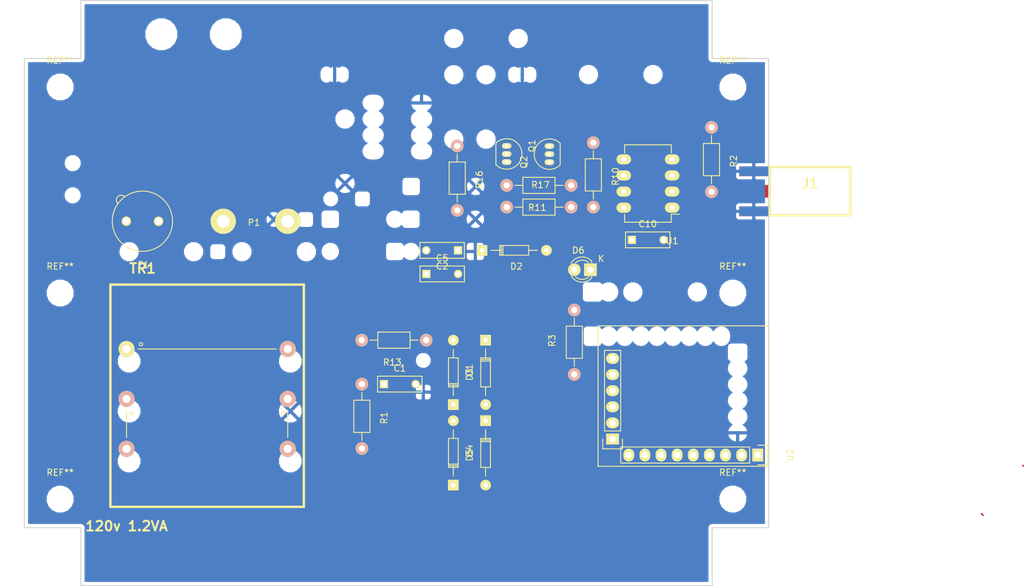
<source format=kicad_pcb>
(kicad_pcb (version 4) (host pcbnew 4.0.2-stable)

  (general
    (links 52)
    (no_connects 36)
    (area 23.952857 26.339999 185.693217 118.780001)
    (thickness 1.6)
    (drawings 12)
    (tracks 6)
    (zones 0)
    (modules 32)
    (nets 32)
  )

  (page A4)
  (layers
    (0 F.Cu signal)
    (31 B.Cu signal)
    (32 B.Adhes user)
    (33 F.Adhes user)
    (34 B.Paste user)
    (35 F.Paste user)
    (36 B.SilkS user)
    (37 F.SilkS user)
    (38 B.Mask user)
    (39 F.Mask user)
    (40 Dwgs.User user)
    (41 Cmts.User user)
    (42 Eco1.User user)
    (43 Eco2.User user)
    (44 Edge.Cuts user)
    (45 Margin user)
    (46 B.CrtYd user)
    (47 F.CrtYd user)
    (48 B.Fab user)
    (49 F.Fab user)
  )

  (setup
    (last_trace_width 0.25)
    (trace_clearance 0.2)
    (zone_clearance 0.508)
    (zone_45_only no)
    (trace_min 0.2)
    (segment_width 0.2)
    (edge_width 0.15)
    (via_size 0.6)
    (via_drill 0.4)
    (via_min_size 0.4)
    (via_min_drill 0.3)
    (uvia_size 0.3)
    (uvia_drill 0.1)
    (uvias_allowed no)
    (uvia_min_size 0.2)
    (uvia_min_drill 0.1)
    (pcb_text_width 0.3)
    (pcb_text_size 1.5 1.5)
    (mod_edge_width 0.15)
    (mod_text_size 1 1)
    (mod_text_width 0.15)
    (pad_size 4.07162 1.99898)
    (pad_drill 0)
    (pad_to_mask_clearance 0.2)
    (aux_axis_origin 0 0)
    (grid_origin 19.05 20.32)
    (visible_elements 7FFFFFFF)
    (pcbplotparams
      (layerselection 0x00030_80000001)
      (usegerberextensions false)
      (excludeedgelayer true)
      (linewidth 0.100000)
      (plotframeref false)
      (viasonmask false)
      (mode 1)
      (useauxorigin false)
      (hpglpennumber 1)
      (hpglpenspeed 20)
      (hpglpendiameter 15)
      (hpglpenoverlay 2)
      (psnegative false)
      (psa4output false)
      (plotreference true)
      (plotvalue true)
      (plotinvisibletext false)
      (padsonsilk false)
      (subtractmaskfromsilk false)
      (outputformat 1)
      (mirror false)
      (drillshape 1)
      (scaleselection 1)
      (outputdirectory ""))
  )

  (net 0 "")
  (net 1 "Net-(C1-Pad1)")
  (net 2 GND)
  (net 3 "Net-(C2-Pad1)")
  (net 4 "Net-(D1-Pad1)")
  (net 5 "Net-(D3-Pad2)")
  (net 6 "Net-(Q1-Pad1)")
  (net 7 60PPS)
  (net 8 "Net-(Q2-Pad1)")
  (net 9 "Net-(R1-Pad2)")
  (net 10 CLAMP)
  (net 11 TRIG)
  (net 12 10MHz)
  (net 13 SERIAL_RX)
  (net 14 "Net-(P1-Pad2)")
  (net 15 "Net-(F1-Pad1)")
  (net 16 "Net-(F1-Pad2)")
  (net 17 "Net-(TR1-Pad4)")
  (net 18 +3V3)
  (net 19 "Net-(D6-Pad1)")
  (net 20 "Net-(D6-Pad2)")
  (net 21 "Net-(U1-Pad7)")
  (net 22 "Net-(U2-Pad3-3)")
  (net 23 "Net-(U2-Pad3-4)")
  (net 24 "Net-(U2-Pad3-5)")
  (net 25 "Net-(U2-Pad3-6)")
  (net 26 "Net-(U2-Pad3-7)")
  (net 27 "Net-(U2-Pad3-8)")
  (net 28 "Net-(U2-Pad3-9)")
  (net 29 "Net-(U2-Pad2-4)")
  (net 30 "Net-(U2-Pad2-3)")
  (net 31 "Net-(U2-Pad2-1)")

  (net_class Default "This is the default net class."
    (clearance 0.2)
    (trace_width 0.25)
    (via_dia 0.6)
    (via_drill 0.4)
    (uvia_dia 0.3)
    (uvia_drill 0.1)
    (add_net +3V3)
    (add_net 10MHz)
    (add_net 60PPS)
    (add_net CLAMP)
    (add_net GND)
    (add_net "Net-(C1-Pad1)")
    (add_net "Net-(C2-Pad1)")
    (add_net "Net-(D1-Pad1)")
    (add_net "Net-(D3-Pad2)")
    (add_net "Net-(D6-Pad1)")
    (add_net "Net-(D6-Pad2)")
    (add_net "Net-(F1-Pad1)")
    (add_net "Net-(F1-Pad2)")
    (add_net "Net-(P1-Pad2)")
    (add_net "Net-(Q1-Pad1)")
    (add_net "Net-(Q2-Pad1)")
    (add_net "Net-(R1-Pad2)")
    (add_net "Net-(TR1-Pad4)")
    (add_net "Net-(U1-Pad7)")
    (add_net "Net-(U2-Pad2-1)")
    (add_net "Net-(U2-Pad2-3)")
    (add_net "Net-(U2-Pad2-4)")
    (add_net "Net-(U2-Pad3-3)")
    (add_net "Net-(U2-Pad3-4)")
    (add_net "Net-(U2-Pad3-5)")
    (add_net "Net-(U2-Pad3-6)")
    (add_net "Net-(U2-Pad3-7)")
    (add_net "Net-(U2-Pad3-8)")
    (add_net "Net-(U2-Pad3-9)")
    (add_net SERIAL_RX)
    (add_net TRIG)
  )

  (module SMA_EDGE:SMA_EDGE (layer F.Cu) (tedit 571DBAD8) (tstamp 571301A0)
    (at 151.765 55.245)
    (path /57133FB1)
    (fp_text reference J1 (at 0 0) (layer F.SilkS)
      (effects (font (thickness 0.3048)))
    )
    (fp_text value SMA (at 0 2.54) (layer F.SilkS) hide
      (effects (font (thickness 0.3048)))
    )
    (fp_line (start -6.35 -2.5654) (end -6.35 5.0546) (layer F.SilkS) (width 0.381))
    (fp_line (start -6.35 5.0546) (end 6.35 5.0546) (layer F.SilkS) (width 0.381))
    (fp_line (start 6.35 5.0546) (end 6.35 -2.5654) (layer F.SilkS) (width 0.381))
    (fp_line (start 6.35 -2.5654) (end -6.35 -2.5654) (layer F.SilkS) (width 0.381))
    (pad 0 connect rect (at -8.8773 -1.89484) (size 4.572 1.524) (layers *.Cu F.Mask)
      (net 2 GND))
    (pad 1 connect trapezoid (at -6.858 1.27) (size 0.50038 0.762) (rect_delta 0.59944 0 ) (layers F.Cu F.Mask)
      (net 12 10MHz))
    (pad 2 connect rect (at -8.8773 4.42976) (size 4.572 1.524) (layers *.Cu F.Mask)
      (net 2 GND))
    (pad 1 connect rect (at -8.636 1.27) (size 4.07162 1.99898) (layers F.Cu F.Mask)
      (net 12 10MHz))
    (model SMA_EDGE.wrl
      (at (xyz -0.205 -0.05 -0.12))
      (scale (xyz 1.3 1.3 1.3))
      (rotate (xyz 270 0 180))
    )
  )

  (module Wire_Connections_Bridges:WireConnection_2.00mmDrill (layer F.Cu) (tedit 0) (tstamp 571604E2)
    (at 59.2836 61.2394)
    (descr "WireConnection with 2mm drill")
    (path /571315A0)
    (fp_text reference P1 (at 4.8514 0.2032) (layer F.SilkS)
      (effects (font (size 1 1) (thickness 0.15)))
    )
    (fp_text value CONN_01X03 (at 5.08 3.81) (layer F.Fab)
      (effects (font (size 1 1) (thickness 0.15)))
    )
    (fp_line (start 14.0716 -3.7592) (end 13.8684 -3.6576) (layer Cmts.User) (width 0.381))
    (fp_line (start 13.8684 -3.6576) (end 13.6398 -3.6576) (layer Cmts.User) (width 0.381))
    (fp_line (start 13.6398 -3.6576) (end 13.4366 -3.7592) (layer Cmts.User) (width 0.381))
    (fp_line (start 13.4366 -3.7592) (end 13.3604 -4.1148) (layer Cmts.User) (width 0.381))
    (fp_line (start 13.3604 -4.1148) (end 13.3604 -4.572) (layer Cmts.User) (width 0.381))
    (fp_line (start 13.3604 -4.572) (end 13.462 -4.6482) (layer Cmts.User) (width 0.381))
    (fp_line (start 13.462 -4.6482) (end 13.7668 -4.7244) (layer Cmts.User) (width 0.381))
    (fp_line (start 13.7668 -4.7244) (end 13.9954 -4.6736) (layer Cmts.User) (width 0.381))
    (fp_line (start 13.9954 -4.6736) (end 14.0462 -4.318) (layer Cmts.User) (width 0.381))
    (fp_line (start 14.0462 -4.318) (end 13.4366 -4.191) (layer Cmts.User) (width 0.381))
    (fp_line (start 13.4366 -4.191) (end 13.4366 -4.2418) (layer Cmts.User) (width 0.381))
    (fp_line (start 12.7508 -3.7084) (end 12.4206 -3.7084) (layer Cmts.User) (width 0.381))
    (fp_line (start 12.4206 -3.7084) (end 12.2174 -3.7084) (layer Cmts.User) (width 0.381))
    (fp_line (start 12.2174 -3.7084) (end 12.0396 -3.8608) (layer Cmts.User) (width 0.381))
    (fp_line (start 12.0396 -3.8608) (end 12.0396 -4.2418) (layer Cmts.User) (width 0.381))
    (fp_line (start 12.0396 -4.2418) (end 12.1412 -4.572) (layer Cmts.User) (width 0.381))
    (fp_line (start 12.1412 -4.572) (end 12.2936 -4.6482) (layer Cmts.User) (width 0.381))
    (fp_line (start 12.2936 -4.6482) (end 12.573 -4.6482) (layer Cmts.User) (width 0.381))
    (fp_line (start 12.573 -4.6482) (end 12.7508 -4.572) (layer Cmts.User) (width 0.381))
    (fp_line (start 12.7508 -4.572) (end 12.7762 -4.2672) (layer Cmts.User) (width 0.381))
    (fp_line (start 12.7762 -4.2672) (end 12.1412 -4.2418) (layer Cmts.User) (width 0.381))
    (fp_line (start 11.2268 -4.5212) (end 11.6078 -4.6736) (layer Cmts.User) (width 0.381))
    (fp_line (start 11.6078 -4.6736) (end 11.6332 -4.6736) (layer Cmts.User) (width 0.381))
    (fp_line (start 11.2014 -4.7244) (end 11.2014 -3.6576) (layer Cmts.User) (width 0.381))
    (fp_line (start 9.9822 -4.6736) (end 10.668 -4.7244) (layer Cmts.User) (width 0.381))
    (fp_line (start 10.7188 -5.207) (end 10.541 -5.207) (layer Cmts.User) (width 0.381))
    (fp_line (start 10.541 -5.207) (end 10.3886 -5.08) (layer Cmts.User) (width 0.381))
    (fp_line (start 10.3886 -5.08) (end 10.3378 -3.7084) (layer Cmts.User) (width 0.381))
    (fp_line (start 8.4328 -4.5974) (end 8.3058 -4.6736) (layer Cmts.User) (width 0.381))
    (fp_line (start 8.3058 -4.6736) (end 8.0264 -4.6736) (layer Cmts.User) (width 0.381))
    (fp_line (start 8.0264 -4.6736) (end 7.874 -4.445) (layer Cmts.User) (width 0.381))
    (fp_line (start 7.874 -4.445) (end 7.8994 -4.2672) (layer Cmts.User) (width 0.381))
    (fp_line (start 7.8994 -4.2672) (end 8.1788 -4.191) (layer Cmts.User) (width 0.381))
    (fp_line (start 8.1788 -4.191) (end 8.4328 -4.1148) (layer Cmts.User) (width 0.381))
    (fp_line (start 8.4328 -4.1148) (end 8.4836 -3.8354) (layer Cmts.User) (width 0.381))
    (fp_line (start 8.4836 -3.8354) (end 8.2804 -3.6576) (layer Cmts.User) (width 0.381))
    (fp_line (start 8.2804 -3.6576) (end 7.8994 -3.7084) (layer Cmts.User) (width 0.381))
    (fp_line (start 7.1628 -3.6576) (end 6.8072 -3.7592) (layer Cmts.User) (width 0.381))
    (fp_line (start 6.8072 -3.7592) (end 6.604 -3.8354) (layer Cmts.User) (width 0.381))
    (fp_line (start 6.604 -3.8354) (end 6.477 -4.1656) (layer Cmts.User) (width 0.381))
    (fp_line (start 6.477 -4.1656) (end 6.477 -4.4704) (layer Cmts.User) (width 0.381))
    (fp_line (start 6.477 -4.4704) (end 6.6802 -4.6736) (layer Cmts.User) (width 0.381))
    (fp_line (start 6.6802 -4.6736) (end 7.0104 -4.7244) (layer Cmts.User) (width 0.381))
    (fp_line (start 7.2136 -5.207) (end 7.2136 -3.6576) (layer Cmts.User) (width 0.381))
    (fp_line (start 5.715 -3.6576) (end 5.2578 -3.7084) (layer Cmts.User) (width 0.381))
    (fp_line (start 5.2578 -3.7084) (end 5.1054 -3.9116) (layer Cmts.User) (width 0.381))
    (fp_line (start 5.1054 -3.9116) (end 5.1308 -4.191) (layer Cmts.User) (width 0.381))
    (fp_line (start 5.1308 -4.191) (end 5.842 -4.2418) (layer Cmts.User) (width 0.381))
    (fp_line (start 5.1054 -4.572) (end 5.3848 -4.7244) (layer Cmts.User) (width 0.381))
    (fp_line (start 5.3848 -4.7244) (end 5.6388 -4.6482) (layer Cmts.User) (width 0.381))
    (fp_line (start 5.6388 -4.6482) (end 5.7912 -4.4704) (layer Cmts.User) (width 0.381))
    (fp_line (start 5.7912 -4.4704) (end 5.842 -3.6322) (layer Cmts.User) (width 0.381))
    (fp_line (start 3.6068 -3.6576) (end 3.6322 -5.2578) (layer Cmts.User) (width 0.381))
    (fp_line (start 3.6322 -5.2578) (end 4.0894 -5.2578) (layer Cmts.User) (width 0.381))
    (fp_line (start 4.0894 -5.2578) (end 4.3688 -5.1308) (layer Cmts.User) (width 0.381))
    (fp_line (start 4.3688 -5.1308) (end 4.4958 -4.8768) (layer Cmts.User) (width 0.381))
    (fp_line (start 4.4958 -4.8768) (end 4.4958 -4.5974) (layer Cmts.User) (width 0.381))
    (fp_line (start 4.4958 -4.5974) (end 4.3688 -4.3942) (layer Cmts.User) (width 0.381))
    (fp_line (start 4.3688 -4.3942) (end 4.0894 -4.445) (layer Cmts.User) (width 0.381))
    (fp_line (start 4.0894 -4.445) (end 3.6322 -4.445) (layer Cmts.User) (width 0.381))
    (fp_line (start 1.778 -3.7592) (end 1.524 -3.6576) (layer Cmts.User) (width 0.381))
    (fp_line (start 1.524 -3.6576) (end 1.27 -3.7592) (layer Cmts.User) (width 0.381))
    (fp_line (start 1.27 -3.7592) (end 1.1176 -3.9116) (layer Cmts.User) (width 0.381))
    (fp_line (start 1.1176 -3.9116) (end 1.0414 -4.318) (layer Cmts.User) (width 0.381))
    (fp_line (start 1.0414 -4.318) (end 1.1684 -4.572) (layer Cmts.User) (width 0.381))
    (fp_line (start 1.1684 -4.572) (end 1.3716 -4.6736) (layer Cmts.User) (width 0.381))
    (fp_line (start 1.3716 -4.6736) (end 1.651 -4.6482) (layer Cmts.User) (width 0.381))
    (fp_line (start 1.651 -4.6482) (end 1.8034 -4.5212) (layer Cmts.User) (width 0.381))
    (fp_line (start 1.8034 -4.5212) (end 1.8034 -4.318) (layer Cmts.User) (width 0.381))
    (fp_line (start 1.8034 -4.318) (end 1.1684 -4.2418) (layer Cmts.User) (width 0.381))
    (fp_line (start -0.1524 -4.7244) (end 0.3048 -3.6576) (layer Cmts.User) (width 0.381))
    (fp_line (start 0.3048 -3.6576) (end 0.5842 -4.6736) (layer Cmts.User) (width 0.381))
    (fp_line (start 0.5842 -4.6736) (end 0.5588 -4.6736) (layer Cmts.User) (width 0.381))
    (fp_line (start -1.4732 -4.3942) (end -1.4732 -3.9116) (layer Cmts.User) (width 0.381))
    (fp_line (start -1.4732 -3.9116) (end -1.27 -3.7084) (layer Cmts.User) (width 0.381))
    (fp_line (start -1.27 -3.7084) (end -1.0414 -3.6576) (layer Cmts.User) (width 0.381))
    (fp_line (start -1.0414 -3.6576) (end -0.762 -3.7846) (layer Cmts.User) (width 0.381))
    (fp_line (start -0.762 -3.7846) (end -0.6604 -3.9878) (layer Cmts.User) (width 0.381))
    (fp_line (start -0.6604 -3.9878) (end -0.6604 -4.445) (layer Cmts.User) (width 0.381))
    (fp_line (start -0.6604 -4.445) (end -0.8382 -4.6482) (layer Cmts.User) (width 0.381))
    (fp_line (start -0.8382 -4.6482) (end -1.1176 -4.7244) (layer Cmts.User) (width 0.381))
    (fp_line (start -1.1176 -4.7244) (end -1.4478 -4.4704) (layer Cmts.User) (width 0.381))
    (fp_line (start -3.0988 -3.6322) (end -3.0988 -5.2578) (layer Cmts.User) (width 0.381))
    (fp_line (start -3.0988 -5.2578) (end -2.6162 -4.1148) (layer Cmts.User) (width 0.381))
    (fp_line (start -2.6162 -4.1148) (end -2.1336 -5.1816) (layer Cmts.User) (width 0.381))
    (fp_line (start -2.1336 -5.1816) (end -2.1336 -3.6322) (layer Cmts.User) (width 0.381))
    (pad 1 thru_hole circle (at 0 0) (size 4.0005 4.0005) (drill 1.99898) (layers *.Cu *.Mask F.SilkS)
      (net 15 "Net-(F1-Pad1)"))
    (pad 2 thru_hole circle (at 10.16 0) (size 4.0005 4.0005) (drill 1.99898) (layers *.Cu *.Mask F.SilkS)
      (net 14 "Net-(P1-Pad2)"))
  )

  (module Mounting_Holes:MountingHole_3.2mm_M3 locked (layer F.Cu) (tedit 56D1B4CB) (tstamp 571D8B83)
    (at 139.585 105.060013)
    (descr "Mounting Hole 3.2mm, no annular, M3")
    (tags "mounting hole 3.2mm no annular m3")
    (fp_text reference REF** (at 0 -4.2) (layer F.SilkS)
      (effects (font (size 1 1) (thickness 0.15)))
    )
    (fp_text value MountingHole_3.2mm_M3 (at 0 4.2) (layer F.Fab)
      (effects (font (size 1 1) (thickness 0.15)))
    )
    (fp_circle (center 0 0) (end 3.2 0) (layer Cmts.User) (width 0.15))
    (fp_circle (center 0 0) (end 3.45 0) (layer F.CrtYd) (width 0.05))
    (pad 1 np_thru_hole circle (at 0 0) (size 3.2 3.2) (drill 3.2) (layers *.Cu *.Mask F.SilkS))
  )

  (module Mounting_Holes:MountingHole_3.2mm_M3 locked (layer F.Cu) (tedit 56D1B4CB) (tstamp 571D8B76)
    (at 139.585 72.560002)
    (descr "Mounting Hole 3.2mm, no annular, M3")
    (tags "mounting hole 3.2mm no annular m3")
    (fp_text reference REF** (at 0 -4.2) (layer F.SilkS)
      (effects (font (size 1 1) (thickness 0.15)))
    )
    (fp_text value MountingHole_3.2mm_M3 (at 0 4.2) (layer F.Fab)
      (effects (font (size 1 1) (thickness 0.15)))
    )
    (fp_circle (center 0 0) (end 3.2 0) (layer Cmts.User) (width 0.15))
    (fp_circle (center 0 0) (end 3.45 0) (layer F.CrtYd) (width 0.05))
    (pad 1 np_thru_hole circle (at 0 0) (size 3.2 3.2) (drill 3.2) (layers *.Cu *.Mask F.SilkS))
  )

  (module Mounting_Holes:MountingHole_3.2mm_M3 locked (layer F.Cu) (tedit 56D1B4CB) (tstamp 571D8958)
    (at 33.585 105.060013)
    (descr "Mounting Hole 3.2mm, no annular, M3")
    (tags "mounting hole 3.2mm no annular m3")
    (fp_text reference REF** (at 0 -4.2) (layer F.SilkS)
      (effects (font (size 1 1) (thickness 0.15)))
    )
    (fp_text value MountingHole_3.2mm_M3 (at 0 4.2) (layer F.Fab)
      (effects (font (size 1 1) (thickness 0.15)))
    )
    (fp_circle (center 0 0) (end 3.2 0) (layer Cmts.User) (width 0.15))
    (fp_circle (center 0 0) (end 3.45 0) (layer F.CrtYd) (width 0.05))
    (pad 1 np_thru_hole circle (at 0 0) (size 3.2 3.2) (drill 3.2) (layers *.Cu *.Mask F.SilkS))
  )

  (module Mounting_Holes:MountingHole_3.2mm_M3 locked (layer F.Cu) (tedit 56D1B4CB) (tstamp 571D8916)
    (at 33.585 72.560002)
    (descr "Mounting Hole 3.2mm, no annular, M3")
    (tags "mounting hole 3.2mm no annular m3")
    (fp_text reference REF** (at 0 -4.2) (layer F.SilkS)
      (effects (font (size 1 1) (thickness 0.15)))
    )
    (fp_text value MountingHole_3.2mm_M3 (at 0 4.2) (layer F.Fab)
      (effects (font (size 1 1) (thickness 0.15)))
    )
    (fp_circle (center 0 0) (end 3.2 0) (layer Cmts.User) (width 0.15))
    (fp_circle (center 0 0) (end 3.45 0) (layer F.CrtYd) (width 0.05))
    (pad 1 np_thru_hole circle (at 0 0) (size 3.2 3.2) (drill 3.2) (layers *.Cu *.Mask F.SilkS))
  )

  (module Mounting_Holes:MountingHole_3.2mm_M3 locked (layer F.Cu) (tedit 56D1B4CB) (tstamp 571D88AB)
    (at 139.585 40.059991)
    (descr "Mounting Hole 3.2mm, no annular, M3")
    (tags "mounting hole 3.2mm no annular m3")
    (fp_text reference REF** (at 0 -4.2) (layer F.SilkS)
      (effects (font (size 1 1) (thickness 0.15)))
    )
    (fp_text value MountingHole_3.2mm_M3 (at 0 4.2) (layer F.Fab)
      (effects (font (size 1 1) (thickness 0.15)))
    )
    (fp_circle (center 0 0) (end 3.2 0) (layer Cmts.User) (width 0.15))
    (fp_circle (center 0 0) (end 3.45 0) (layer F.CrtYd) (width 0.05))
    (pad 1 np_thru_hole circle (at 0 0) (size 3.2 3.2) (drill 3.2) (layers *.Cu *.Mask F.SilkS))
  )

  (module transformers-hammond:161E120 (layer F.Cu) (tedit 571462FA) (tstamp 57161BEB)
    (at 41.5036 71.2216)
    (path /57110439)
    (fp_text reference TR1 (at 5.08 -2.54) (layer F.SilkS)
      (effects (font (thickness 0.3048)))
    )
    (fp_text value "120v 1.2VA" (at 2.54 38.1) (layer F.SilkS)
      (effects (font (thickness 0.3048)))
    )
    (fp_line (start 26.162 10.16) (end 25.4 10.16) (layer F.SilkS) (width 0.15))
    (fp_line (start 4.318 10.16) (end 5.08 10.16) (layer F.SilkS) (width 0.15))
    (fp_line (start 2.54 19.812) (end 2.54 20.32) (layer F.SilkS) (width 0.15))
    (fp_line (start 27.94 19.812) (end 27.94 20.32) (layer F.SilkS) (width 0.15))
    (fp_circle (center 27.178 20.32) (end 27.178 20.066) (layer F.SilkS) (width 0.15))
    (fp_circle (center 3.302 20.32) (end 3.302 20.066) (layer F.SilkS) (width 0.15))
    (fp_circle (center 4.826 9.398) (end 4.826 9.144) (layer F.SilkS) (width 0.15))
    (fp_line (start 27.94 20.32) (end 27.94 24.13) (layer F.SilkS) (width 0.15))
    (fp_line (start 2.54 20.32) (end 2.54 24.13) (layer F.SilkS) (width 0.15))
    (fp_line (start 5.08 10.16) (end 25.4 10.16) (layer F.SilkS) (width 0.15))
    (fp_line (start 0 0) (end 30.48 0) (layer F.SilkS) (width 0.381))
    (fp_line (start 30.48 0) (end 30.48 35.052) (layer F.SilkS) (width 0.381))
    (fp_line (start 30.48 35.052) (end 0 35.052) (layer F.SilkS) (width 0.381))
    (fp_line (start 0 35.052) (end 0 0) (layer F.SilkS) (width 0.381))
    (pad 1 thru_hole circle (at 2.54 10.16) (size 2.54 2.54) (drill 1.27) (layers *.Cu *.Mask F.SilkS)
      (net 16 "Net-(F1-Pad2)"))
    (pad 2 thru_hole circle (at 27.94 10.16) (size 2.54 2.54) (drill 1.27) (layers *.Cu *.SilkS *.Mask)
      (net 14 "Net-(P1-Pad2)"))
    (pad 3 thru_hole circle (at 2.54 18.034) (size 2.54 2.54) (drill 1.27) (layers *.Cu *.SilkS *.Mask)
      (net 2 GND))
    (pad 4 thru_hole circle (at 2.54 25.908) (size 2.54 2.54) (drill 1.27) (layers *.Cu *.SilkS *.Mask)
      (net 17 "Net-(TR1-Pad4)"))
    (pad 5 thru_hole circle (at 27.94 18.034) (size 2.54 2.54) (drill 1.27) (layers *.Cu *.SilkS *.Mask)
      (net 17 "Net-(TR1-Pad4)"))
    (pad 6 thru_hole circle (at 27.94 25.908) (size 2.54 2.54) (drill 1.27) (layers *.Cu *.SilkS *.Mask)
      (net 9 "Net-(R1-Pad2)"))
    (model perso/Transfo_Serie_VB2.wrl
      (at (xyz 0 0 0))
      (scale (xyz 1 1 1))
      (rotate (xyz 0 0 0))
    )
  )

  (module Diodes_ThroughHole:Diode_DO-35_SOD27_Horizontal_RM10 (layer F.Cu) (tedit 552FFC30) (tstamp 5713ADE0)
    (at 95.542707 90.148383 90)
    (descr "Diode, DO-35,  SOD27, Horizontal, RM 10mm")
    (tags "Diode, DO-35, SOD27, Horizontal, RM 10mm, 1N4148,")
    (path /571107B6)
    (fp_text reference D1 (at 5.43052 2.53746 90) (layer F.SilkS)
      (effects (font (size 1 1) (thickness 0.15)))
    )
    (fp_text value 1N4148 (at 4.41452 -3.55854 90) (layer F.Fab)
      (effects (font (size 1 1) (thickness 0.15)))
    )
    (fp_line (start 7.36652 -0.00254) (end 8.76352 -0.00254) (layer F.SilkS) (width 0.15))
    (fp_line (start 2.92152 -0.00254) (end 1.39752 -0.00254) (layer F.SilkS) (width 0.15))
    (fp_line (start 3.30252 -0.76454) (end 3.30252 0.75946) (layer F.SilkS) (width 0.15))
    (fp_line (start 3.04852 -0.76454) (end 3.04852 0.75946) (layer F.SilkS) (width 0.15))
    (fp_line (start 2.79452 -0.00254) (end 2.79452 0.75946) (layer F.SilkS) (width 0.15))
    (fp_line (start 2.79452 0.75946) (end 7.36652 0.75946) (layer F.SilkS) (width 0.15))
    (fp_line (start 7.36652 0.75946) (end 7.36652 -0.76454) (layer F.SilkS) (width 0.15))
    (fp_line (start 7.36652 -0.76454) (end 2.79452 -0.76454) (layer F.SilkS) (width 0.15))
    (fp_line (start 2.79452 -0.76454) (end 2.79452 -0.00254) (layer F.SilkS) (width 0.15))
    (pad 2 thru_hole circle (at 10.16052 -0.00254 270) (size 1.69926 1.69926) (drill 0.70104) (layers *.Cu *.Mask F.SilkS)
      (net 10 CLAMP))
    (pad 1 thru_hole rect (at 0.00052 -0.00254 270) (size 1.69926 1.69926) (drill 0.70104) (layers *.Cu *.Mask F.SilkS)
      (net 4 "Net-(D1-Pad1)"))
    (model Diodes_ThroughHole.3dshapes/Diode_DO-35_SOD27_Horizontal_RM10.wrl
      (at (xyz 0.2 0 0))
      (scale (xyz 0.4 0.4 0.4))
      (rotate (xyz 0 0 180))
    )
  )

  (module Diodes_ThroughHole:Diode_DO-35_SOD27_Horizontal_RM10 (layer F.Cu) (tedit 552FFC30) (tstamp 5713ADE6)
    (at 100.05008 65.82664)
    (descr "Diode, DO-35,  SOD27, Horizontal, RM 10mm")
    (tags "Diode, DO-35, SOD27, Horizontal, RM 10mm, 1N4148,")
    (path /57110F47)
    (fp_text reference D2 (at 5.43052 2.53746) (layer F.SilkS)
      (effects (font (size 1 1) (thickness 0.15)))
    )
    (fp_text value 1N4148 (at 4.41452 -3.55854) (layer F.Fab)
      (effects (font (size 1 1) (thickness 0.15)))
    )
    (fp_line (start 7.36652 -0.00254) (end 8.76352 -0.00254) (layer F.SilkS) (width 0.15))
    (fp_line (start 2.92152 -0.00254) (end 1.39752 -0.00254) (layer F.SilkS) (width 0.15))
    (fp_line (start 3.30252 -0.76454) (end 3.30252 0.75946) (layer F.SilkS) (width 0.15))
    (fp_line (start 3.04852 -0.76454) (end 3.04852 0.75946) (layer F.SilkS) (width 0.15))
    (fp_line (start 2.79452 -0.00254) (end 2.79452 0.75946) (layer F.SilkS) (width 0.15))
    (fp_line (start 2.79452 0.75946) (end 7.36652 0.75946) (layer F.SilkS) (width 0.15))
    (fp_line (start 7.36652 0.75946) (end 7.36652 -0.76454) (layer F.SilkS) (width 0.15))
    (fp_line (start 7.36652 -0.76454) (end 2.79452 -0.76454) (layer F.SilkS) (width 0.15))
    (fp_line (start 2.79452 -0.76454) (end 2.79452 -0.00254) (layer F.SilkS) (width 0.15))
    (pad 2 thru_hole circle (at 10.16052 -0.00254 180) (size 1.69926 1.69926) (drill 0.70104) (layers *.Cu *.Mask F.SilkS)
      (net 2 GND))
    (pad 1 thru_hole rect (at 0.00052 -0.00254 180) (size 1.69926 1.69926) (drill 0.70104) (layers *.Cu *.Mask F.SilkS)
      (net 3 "Net-(C2-Pad1)"))
    (model Diodes_ThroughHole.3dshapes/Diode_DO-35_SOD27_Horizontal_RM10.wrl
      (at (xyz 0.2 0 0))
      (scale (xyz 0.4 0.4 0.4))
      (rotate (xyz 0 0 180))
    )
  )

  (module Diodes_ThroughHole:Diode_DO-35_SOD27_Horizontal_RM10 (layer F.Cu) (tedit 552FFC30) (tstamp 5713ADF2)
    (at 95.542707 102.848383 90)
    (descr "Diode, DO-35,  SOD27, Horizontal, RM 10mm")
    (tags "Diode, DO-35, SOD27, Horizontal, RM 10mm, 1N4148,")
    (path /57110808)
    (fp_text reference D4 (at 5.43052 2.53746 90) (layer F.SilkS)
      (effects (font (size 1 1) (thickness 0.15)))
    )
    (fp_text value 1N4148 (at 4.41452 -3.55854 90) (layer F.Fab)
      (effects (font (size 1 1) (thickness 0.15)))
    )
    (fp_line (start 7.36652 -0.00254) (end 8.76352 -0.00254) (layer F.SilkS) (width 0.15))
    (fp_line (start 2.92152 -0.00254) (end 1.39752 -0.00254) (layer F.SilkS) (width 0.15))
    (fp_line (start 3.30252 -0.76454) (end 3.30252 0.75946) (layer F.SilkS) (width 0.15))
    (fp_line (start 3.04852 -0.76454) (end 3.04852 0.75946) (layer F.SilkS) (width 0.15))
    (fp_line (start 2.79452 -0.00254) (end 2.79452 0.75946) (layer F.SilkS) (width 0.15))
    (fp_line (start 2.79452 0.75946) (end 7.36652 0.75946) (layer F.SilkS) (width 0.15))
    (fp_line (start 7.36652 0.75946) (end 7.36652 -0.76454) (layer F.SilkS) (width 0.15))
    (fp_line (start 7.36652 -0.76454) (end 2.79452 -0.76454) (layer F.SilkS) (width 0.15))
    (fp_line (start 2.79452 -0.76454) (end 2.79452 -0.00254) (layer F.SilkS) (width 0.15))
    (pad 2 thru_hole circle (at 10.16052 -0.00254 270) (size 1.69926 1.69926) (drill 0.70104) (layers *.Cu *.Mask F.SilkS)
      (net 4 "Net-(D1-Pad1)"))
    (pad 1 thru_hole rect (at 0.00052 -0.00254 270) (size 1.69926 1.69926) (drill 0.70104) (layers *.Cu *.Mask F.SilkS)
      (net 2 GND))
    (model Diodes_ThroughHole.3dshapes/Diode_DO-35_SOD27_Horizontal_RM10.wrl
      (at (xyz 0.2 0 0))
      (scale (xyz 0.4 0.4 0.4))
      (rotate (xyz 0 0 180))
    )
  )

  (module Diodes_ThroughHole:Diode_DO-35_SOD27_Horizontal_RM10 (layer F.Cu) (tedit 552FFC30) (tstamp 5713ADF8)
    (at 100.622707 92.688383 270)
    (descr "Diode, DO-35,  SOD27, Horizontal, RM 10mm")
    (tags "Diode, DO-35, SOD27, Horizontal, RM 10mm, 1N4148,")
    (path /571108F4)
    (fp_text reference D5 (at 5.43052 2.53746 270) (layer F.SilkS)
      (effects (font (size 1 1) (thickness 0.15)))
    )
    (fp_text value 1N4148 (at 4.41452 -3.55854 270) (layer F.Fab)
      (effects (font (size 1 1) (thickness 0.15)))
    )
    (fp_line (start 7.36652 -0.00254) (end 8.76352 -0.00254) (layer F.SilkS) (width 0.15))
    (fp_line (start 2.92152 -0.00254) (end 1.39752 -0.00254) (layer F.SilkS) (width 0.15))
    (fp_line (start 3.30252 -0.76454) (end 3.30252 0.75946) (layer F.SilkS) (width 0.15))
    (fp_line (start 3.04852 -0.76454) (end 3.04852 0.75946) (layer F.SilkS) (width 0.15))
    (fp_line (start 2.79452 -0.00254) (end 2.79452 0.75946) (layer F.SilkS) (width 0.15))
    (fp_line (start 2.79452 0.75946) (end 7.36652 0.75946) (layer F.SilkS) (width 0.15))
    (fp_line (start 7.36652 0.75946) (end 7.36652 -0.76454) (layer F.SilkS) (width 0.15))
    (fp_line (start 7.36652 -0.76454) (end 2.79452 -0.76454) (layer F.SilkS) (width 0.15))
    (fp_line (start 2.79452 -0.76454) (end 2.79452 -0.00254) (layer F.SilkS) (width 0.15))
    (pad 2 thru_hole circle (at 10.16052 -0.00254 90) (size 1.69926 1.69926) (drill 0.70104) (layers *.Cu *.Mask F.SilkS)
      (net 2 GND))
    (pad 1 thru_hole rect (at 0.00052 -0.00254 90) (size 1.69926 1.69926) (drill 0.70104) (layers *.Cu *.Mask F.SilkS)
      (net 5 "Net-(D3-Pad2)"))
    (model Diodes_ThroughHole.3dshapes/Diode_DO-35_SOD27_Horizontal_RM10.wrl
      (at (xyz 0.2 0 0))
      (scale (xyz 0.4 0.4 0.4))
      (rotate (xyz 0 0 180))
    )
  )

  (module TO_SOT_Packages_THT:TO-92_Inline_Narrow_Oval (layer F.Cu) (tedit 54F24281) (tstamp 5713ADFF)
    (at 103.9495 49.3522 270)
    (descr "TO-92 leads in-line, narrow, oval pads, drill 0.6mm (see NXP sot054_po.pdf)")
    (tags "to-92 sc-43 sc-43a sot54 PA33 transistor")
    (path /571112EF)
    (fp_text reference Q1 (at 0 -4 270) (layer F.SilkS)
      (effects (font (size 1 1) (thickness 0.15)))
    )
    (fp_text value 2N3904 (at 0 3 270) (layer F.Fab)
      (effects (font (size 1 1) (thickness 0.15)))
    )
    (fp_line (start -1.4 1.95) (end -1.4 -2.65) (layer F.CrtYd) (width 0.05))
    (fp_line (start -1.4 1.95) (end 3.95 1.95) (layer F.CrtYd) (width 0.05))
    (fp_line (start -0.43 1.7) (end 2.97 1.7) (layer F.SilkS) (width 0.15))
    (fp_arc (start 1.27 0) (end 1.27 -2.4) (angle -135) (layer F.SilkS) (width 0.15))
    (fp_arc (start 1.27 0) (end 1.27 -2.4) (angle 135) (layer F.SilkS) (width 0.15))
    (fp_line (start -1.4 -2.65) (end 3.95 -2.65) (layer F.CrtYd) (width 0.05))
    (fp_line (start 3.95 1.95) (end 3.95 -2.65) (layer F.CrtYd) (width 0.05))
    (pad 2 thru_hole oval (at 1.27 0 90) (size 0.89916 1.50114) (drill 0.6) (layers *.Cu *.Mask F.SilkS)
      (net 2 GND))
    (pad 3 thru_hole oval (at 2.54 0 90) (size 0.89916 1.50114) (drill 0.6) (layers *.Cu *.Mask F.SilkS)
      (net 11 TRIG))
    (pad 1 thru_hole oval (at 0 0 90) (size 0.89916 1.50114) (drill 0.6) (layers *.Cu *.Mask F.SilkS)
      (net 6 "Net-(Q1-Pad1)"))
    (model TO_SOT_Packages_THT.3dshapes/TO-92_Inline_Narrow_Oval.wrl
      (at (xyz 0.05 0 0))
      (scale (xyz 1 1 1))
      (rotate (xyz 0 0 -90))
    )
  )

  (module TO_SOT_Packages_THT:TO-92_Inline_Narrow_Oval (layer F.Cu) (tedit 54F24281) (tstamp 5713AE06)
    (at 110.6805 51.9176 90)
    (descr "TO-92 leads in-line, narrow, oval pads, drill 0.6mm (see NXP sot054_po.pdf)")
    (tags "to-92 sc-43 sc-43a sot54 PA33 transistor")
    (path /57111736)
    (fp_text reference Q2 (at 0 -4 90) (layer F.SilkS)
      (effects (font (size 1 1) (thickness 0.15)))
    )
    (fp_text value 2N3904 (at 0 3 90) (layer F.Fab)
      (effects (font (size 1 1) (thickness 0.15)))
    )
    (fp_line (start -1.4 1.95) (end -1.4 -2.65) (layer F.CrtYd) (width 0.05))
    (fp_line (start -1.4 1.95) (end 3.95 1.95) (layer F.CrtYd) (width 0.05))
    (fp_line (start -0.43 1.7) (end 2.97 1.7) (layer F.SilkS) (width 0.15))
    (fp_arc (start 1.27 0) (end 1.27 -2.4) (angle -135) (layer F.SilkS) (width 0.15))
    (fp_arc (start 1.27 0) (end 1.27 -2.4) (angle 135) (layer F.SilkS) (width 0.15))
    (fp_line (start -1.4 -2.65) (end 3.95 -2.65) (layer F.CrtYd) (width 0.05))
    (fp_line (start 3.95 1.95) (end 3.95 -2.65) (layer F.CrtYd) (width 0.05))
    (pad 2 thru_hole oval (at 1.27 0 270) (size 0.89916 1.50114) (drill 0.6) (layers *.Cu *.Mask F.SilkS)
      (net 2 GND))
    (pad 3 thru_hole oval (at 2.54 0 270) (size 0.89916 1.50114) (drill 0.6) (layers *.Cu *.Mask F.SilkS)
      (net 7 60PPS))
    (pad 1 thru_hole oval (at 0 0 270) (size 0.89916 1.50114) (drill 0.6) (layers *.Cu *.Mask F.SilkS)
      (net 8 "Net-(Q2-Pad1)"))
    (model TO_SOT_Packages_THT.3dshapes/TO-92_Inline_Narrow_Oval.wrl
      (at (xyz 0.05 0 0))
      (scale (xyz 1 1 1))
      (rotate (xyz 0 0 -90))
    )
  )

  (module Fuse_Holders_and_Fuses:Fuseholder_Fuse_TR5_Littlefuse-No560_No460 (layer F.Cu) (tedit 0) (tstamp 571604E1)
    (at 46.5455 61.2394 180)
    (descr "Fuse, Fuseholder, TR5, Littlefuse/Wickmann, No. 460, No560,")
    (tags "Fuse, Fuseholder, TR5, Littlefuse/Wickmann, No. 460, No560,")
    (path /5714335E)
    (fp_text reference F1 (at -0.14986 -6.89102 180) (layer F.SilkS)
      (effects (font (size 1 1) (thickness 0.15)))
    )
    (fp_text value 50mA (at -0.14986 7.4295 180) (layer F.Fab)
      (effects (font (size 1 1) (thickness 0.15)))
    )
    (fp_line (start 3.85064 2.78892) (end 3.97002 2.93116) (layer F.SilkS) (width 0.15))
    (fp_line (start 3.97002 2.93116) (end 4.05892 3.09118) (layer F.SilkS) (width 0.15))
    (fp_line (start 4.05892 3.09118) (end 4.10972 3.3401) (layer F.SilkS) (width 0.15))
    (fp_line (start 4.10972 3.3401) (end 4.07924 3.59918) (layer F.SilkS) (width 0.15))
    (fp_line (start 4.07924 3.59918) (end 3.92938 3.8608) (layer F.SilkS) (width 0.15))
    (fp_line (start 3.92938 3.8608) (end 3.71094 4.03098) (layer F.SilkS) (width 0.15))
    (fp_line (start 3.71094 4.03098) (end 3.41884 4.10972) (layer F.SilkS) (width 0.15))
    (fp_line (start 3.41884 4.10972) (end 3.12928 4.06908) (layer F.SilkS) (width 0.15))
    (fp_line (start 3.12928 4.06908) (end 2.94894 3.99034) (layer F.SilkS) (width 0.15))
    (fp_line (start 2.94894 3.99034) (end 2.8194 3.84048) (layer F.SilkS) (width 0.15))
    (fp_circle (center 0 0.01016) (end 4.7498 0.01016) (layer F.SilkS) (width 0.15))
    (pad 1 thru_hole circle (at -2.54 0 180) (size 1.50114 1.50114) (drill 1.00076) (layers *.Cu *.Mask F.SilkS)
      (net 15 "Net-(F1-Pad1)"))
    (pad 2 thru_hole circle (at 2.54 0.01016 180) (size 1.50114 1.50114) (drill 1.00076) (layers *.Cu *.Mask F.SilkS)
      (net 16 "Net-(F1-Pad2)"))
  )

  (module Resistors_ThroughHole:Resistor_Horizontal_RM10mm (layer F.Cu) (tedit 56648415) (tstamp 5713AE0C)
    (at 81.1276 86.9188 270)
    (descr "Resistor, Axial,  RM 10mm, 1/3W")
    (tags "Resistor Axial RM 10mm 1/3W")
    (path /5711056B)
    (fp_text reference R1 (at 5.32892 -3.50012 270) (layer F.SilkS)
      (effects (font (size 1 1) (thickness 0.15)))
    )
    (fp_text value "2k 1W" (at 5.08 3.81 270) (layer F.Fab)
      (effects (font (size 1 1) (thickness 0.15)))
    )
    (fp_line (start -1.25 -1.5) (end 11.4 -1.5) (layer F.CrtYd) (width 0.05))
    (fp_line (start -1.25 1.5) (end -1.25 -1.5) (layer F.CrtYd) (width 0.05))
    (fp_line (start 11.4 -1.5) (end 11.4 1.5) (layer F.CrtYd) (width 0.05))
    (fp_line (start -1.25 1.5) (end 11.4 1.5) (layer F.CrtYd) (width 0.05))
    (fp_line (start 2.54 -1.27) (end 7.62 -1.27) (layer F.SilkS) (width 0.15))
    (fp_line (start 7.62 -1.27) (end 7.62 1.27) (layer F.SilkS) (width 0.15))
    (fp_line (start 7.62 1.27) (end 2.54 1.27) (layer F.SilkS) (width 0.15))
    (fp_line (start 2.54 1.27) (end 2.54 -1.27) (layer F.SilkS) (width 0.15))
    (fp_line (start 2.54 0) (end 1.27 0) (layer F.SilkS) (width 0.15))
    (fp_line (start 7.62 0) (end 8.89 0) (layer F.SilkS) (width 0.15))
    (pad 1 thru_hole circle (at 0 0 270) (size 1.99898 1.99898) (drill 1.00076) (layers *.Cu *.SilkS *.Mask)
      (net 1 "Net-(C1-Pad1)"))
    (pad 2 thru_hole circle (at 10.16 0 270) (size 1.99898 1.99898) (drill 1.00076) (layers *.Cu *.SilkS *.Mask)
      (net 9 "Net-(R1-Pad2)"))
    (model Resistors_ThroughHole.3dshapes/Resistor_Horizontal_RM10mm.wrl
      (at (xyz 0.2 0 0))
      (scale (xyz 0.4 0.4 0.4))
      (rotate (xyz 0 0 0))
    )
  )

  (module Resistors_ThroughHole:Resistor_Horizontal_RM10mm (layer F.Cu) (tedit 56648415) (tstamp 5713AE1E)
    (at 91.2622 79.9846 180)
    (descr "Resistor, Axial,  RM 10mm, 1/3W")
    (tags "Resistor Axial RM 10mm 1/3W")
    (path /571105B8)
    (fp_text reference R13 (at 5.32892 -3.50012 180) (layer F.SilkS)
      (effects (font (size 1 1) (thickness 0.15)))
    )
    (fp_text value "20k 2W" (at 5.08 3.81 180) (layer F.Fab)
      (effects (font (size 1 1) (thickness 0.15)))
    )
    (fp_line (start -1.25 -1.5) (end 11.4 -1.5) (layer F.CrtYd) (width 0.05))
    (fp_line (start -1.25 1.5) (end -1.25 -1.5) (layer F.CrtYd) (width 0.05))
    (fp_line (start 11.4 -1.5) (end 11.4 1.5) (layer F.CrtYd) (width 0.05))
    (fp_line (start -1.25 1.5) (end 11.4 1.5) (layer F.CrtYd) (width 0.05))
    (fp_line (start 2.54 -1.27) (end 7.62 -1.27) (layer F.SilkS) (width 0.15))
    (fp_line (start 7.62 -1.27) (end 7.62 1.27) (layer F.SilkS) (width 0.15))
    (fp_line (start 7.62 1.27) (end 2.54 1.27) (layer F.SilkS) (width 0.15))
    (fp_line (start 2.54 1.27) (end 2.54 -1.27) (layer F.SilkS) (width 0.15))
    (fp_line (start 2.54 0) (end 1.27 0) (layer F.SilkS) (width 0.15))
    (fp_line (start 7.62 0) (end 8.89 0) (layer F.SilkS) (width 0.15))
    (pad 1 thru_hole circle (at 0 0 180) (size 1.99898 1.99898) (drill 1.00076) (layers *.Cu *.SilkS *.Mask)
      (net 10 CLAMP))
    (pad 2 thru_hole circle (at 10.16 0 180) (size 1.99898 1.99898) (drill 1.00076) (layers *.Cu *.SilkS *.Mask)
      (net 1 "Net-(C1-Pad1)"))
    (model Resistors_ThroughHole.3dshapes/Resistor_Horizontal_RM10mm.wrl
      (at (xyz 0.2 0 0))
      (scale (xyz 0.4 0.4 0.4))
      (rotate (xyz 0 0 0))
    )
  )

  (module Diodes_ThroughHole:Diode_DO-35_SOD27_Horizontal_RM10 (layer F.Cu) (tedit 552FFC30) (tstamp 5713ADEC)
    (at 100.622707 79.988383 270)
    (descr "Diode, DO-35,  SOD27, Horizontal, RM 10mm")
    (tags "Diode, DO-35, SOD27, Horizontal, RM 10mm, 1N4148,")
    (path /57110841)
    (fp_text reference D3 (at 5.43052 2.53746 270) (layer F.SilkS)
      (effects (font (size 1 1) (thickness 0.15)))
    )
    (fp_text value 1N4148 (at 4.41452 -3.55854 270) (layer F.Fab)
      (effects (font (size 1 1) (thickness 0.15)))
    )
    (fp_line (start 7.36652 -0.00254) (end 8.76352 -0.00254) (layer F.SilkS) (width 0.15))
    (fp_line (start 2.92152 -0.00254) (end 1.39752 -0.00254) (layer F.SilkS) (width 0.15))
    (fp_line (start 3.30252 -0.76454) (end 3.30252 0.75946) (layer F.SilkS) (width 0.15))
    (fp_line (start 3.04852 -0.76454) (end 3.04852 0.75946) (layer F.SilkS) (width 0.15))
    (fp_line (start 2.79452 -0.00254) (end 2.79452 0.75946) (layer F.SilkS) (width 0.15))
    (fp_line (start 2.79452 0.75946) (end 7.36652 0.75946) (layer F.SilkS) (width 0.15))
    (fp_line (start 7.36652 0.75946) (end 7.36652 -0.76454) (layer F.SilkS) (width 0.15))
    (fp_line (start 7.36652 -0.76454) (end 2.79452 -0.76454) (layer F.SilkS) (width 0.15))
    (fp_line (start 2.79452 -0.76454) (end 2.79452 -0.00254) (layer F.SilkS) (width 0.15))
    (pad 2 thru_hole circle (at 10.16052 -0.00254 90) (size 1.69926 1.69926) (drill 0.70104) (layers *.Cu *.Mask F.SilkS)
      (net 5 "Net-(D3-Pad2)"))
    (pad 1 thru_hole rect (at 0.00052 -0.00254 90) (size 1.69926 1.69926) (drill 0.70104) (layers *.Cu *.Mask F.SilkS)
      (net 10 CLAMP))
    (model Diodes_ThroughHole.3dshapes/Diode_DO-35_SOD27_Horizontal_RM10.wrl
      (at (xyz 0.2 0 0))
      (scale (xyz 0.4 0.4 0.4))
      (rotate (xyz 0 0 180))
    )
  )

  (module Resistors_ThroughHole:Resistor_Horizontal_RM10mm (layer F.Cu) (tedit 56648415) (tstamp 5713AE24)
    (at 96.1517 49.3522 270)
    (descr "Resistor, Axial,  RM 10mm, 1/3W")
    (tags "Resistor Axial RM 10mm 1/3W")
    (path /57110FF5)
    (fp_text reference R16 (at 5.32892 -3.50012 270) (layer F.SilkS)
      (effects (font (size 1 1) (thickness 0.15)))
    )
    (fp_text value 1k (at 5.08 3.81 270) (layer F.Fab)
      (effects (font (size 1 1) (thickness 0.15)))
    )
    (fp_line (start -1.25 -1.5) (end 11.4 -1.5) (layer F.CrtYd) (width 0.05))
    (fp_line (start -1.25 1.5) (end -1.25 -1.5) (layer F.CrtYd) (width 0.05))
    (fp_line (start 11.4 -1.5) (end 11.4 1.5) (layer F.CrtYd) (width 0.05))
    (fp_line (start -1.25 1.5) (end 11.4 1.5) (layer F.CrtYd) (width 0.05))
    (fp_line (start 2.54 -1.27) (end 7.62 -1.27) (layer F.SilkS) (width 0.15))
    (fp_line (start 7.62 -1.27) (end 7.62 1.27) (layer F.SilkS) (width 0.15))
    (fp_line (start 7.62 1.27) (end 2.54 1.27) (layer F.SilkS) (width 0.15))
    (fp_line (start 2.54 1.27) (end 2.54 -1.27) (layer F.SilkS) (width 0.15))
    (fp_line (start 2.54 0) (end 1.27 0) (layer F.SilkS) (width 0.15))
    (fp_line (start 7.62 0) (end 8.89 0) (layer F.SilkS) (width 0.15))
    (pad 1 thru_hole circle (at 0 0 270) (size 1.99898 1.99898) (drill 1.00076) (layers *.Cu *.SilkS *.Mask)
      (net 6 "Net-(Q1-Pad1)"))
    (pad 2 thru_hole circle (at 10.16 0 270) (size 1.99898 1.99898) (drill 1.00076) (layers *.Cu *.SilkS *.Mask)
      (net 3 "Net-(C2-Pad1)"))
    (model Resistors_ThroughHole.3dshapes/Resistor_Horizontal_RM10mm.wrl
      (at (xyz 0.2 0 0))
      (scale (xyz 0.4 0.4 0.4))
      (rotate (xyz 0 0 0))
    )
  )

  (module Resistors_ThroughHole:Resistor_Horizontal_RM10mm (layer F.Cu) (tedit 56648415) (tstamp 5713AE2A)
    (at 103.9495 59.0042)
    (descr "Resistor, Axial,  RM 10mm, 1/3W")
    (tags "Resistor Axial RM 10mm 1/3W")
    (path /571113ED)
    (fp_text reference R17 (at 5.32892 -3.50012) (layer F.SilkS)
      (effects (font (size 1 1) (thickness 0.15)))
    )
    (fp_text value 250 (at 5.08 3.81) (layer F.Fab)
      (effects (font (size 1 1) (thickness 0.15)))
    )
    (fp_line (start -1.25 -1.5) (end 11.4 -1.5) (layer F.CrtYd) (width 0.05))
    (fp_line (start -1.25 1.5) (end -1.25 -1.5) (layer F.CrtYd) (width 0.05))
    (fp_line (start 11.4 -1.5) (end 11.4 1.5) (layer F.CrtYd) (width 0.05))
    (fp_line (start -1.25 1.5) (end 11.4 1.5) (layer F.CrtYd) (width 0.05))
    (fp_line (start 2.54 -1.27) (end 7.62 -1.27) (layer F.SilkS) (width 0.15))
    (fp_line (start 7.62 -1.27) (end 7.62 1.27) (layer F.SilkS) (width 0.15))
    (fp_line (start 7.62 1.27) (end 2.54 1.27) (layer F.SilkS) (width 0.15))
    (fp_line (start 2.54 1.27) (end 2.54 -1.27) (layer F.SilkS) (width 0.15))
    (fp_line (start 2.54 0) (end 1.27 0) (layer F.SilkS) (width 0.15))
    (fp_line (start 7.62 0) (end 8.89 0) (layer F.SilkS) (width 0.15))
    (pad 1 thru_hole circle (at 0 0) (size 1.99898 1.99898) (drill 1.00076) (layers *.Cu *.SilkS *.Mask)
      (net 11 TRIG))
    (pad 2 thru_hole circle (at 10.16 0) (size 1.99898 1.99898) (drill 1.00076) (layers *.Cu *.SilkS *.Mask)
      (net 18 +3V3))
    (model Resistors_ThroughHole.3dshapes/Resistor_Horizontal_RM10mm.wrl
      (at (xyz 0.2 0 0))
      (scale (xyz 0.4 0.4 0.4))
      (rotate (xyz 0 0 0))
    )
  )

  (module Resistors_ThroughHole:Resistor_Horizontal_RM10mm (layer F.Cu) (tedit 56648415) (tstamp 5713AE18)
    (at 114.1095 55.5752 180)
    (descr "Resistor, Axial,  RM 10mm, 1/3W")
    (tags "Resistor Axial RM 10mm 1/3W")
    (path /57111679)
    (fp_text reference R11 (at 5.32892 -3.50012 180) (layer F.SilkS)
      (effects (font (size 1 1) (thickness 0.15)))
    )
    (fp_text value 2.2k (at 5.08 3.81 180) (layer F.Fab)
      (effects (font (size 1 1) (thickness 0.15)))
    )
    (fp_line (start -1.25 -1.5) (end 11.4 -1.5) (layer F.CrtYd) (width 0.05))
    (fp_line (start -1.25 1.5) (end -1.25 -1.5) (layer F.CrtYd) (width 0.05))
    (fp_line (start 11.4 -1.5) (end 11.4 1.5) (layer F.CrtYd) (width 0.05))
    (fp_line (start -1.25 1.5) (end 11.4 1.5) (layer F.CrtYd) (width 0.05))
    (fp_line (start 2.54 -1.27) (end 7.62 -1.27) (layer F.SilkS) (width 0.15))
    (fp_line (start 7.62 -1.27) (end 7.62 1.27) (layer F.SilkS) (width 0.15))
    (fp_line (start 7.62 1.27) (end 2.54 1.27) (layer F.SilkS) (width 0.15))
    (fp_line (start 2.54 1.27) (end 2.54 -1.27) (layer F.SilkS) (width 0.15))
    (fp_line (start 2.54 0) (end 1.27 0) (layer F.SilkS) (width 0.15))
    (fp_line (start 7.62 0) (end 8.89 0) (layer F.SilkS) (width 0.15))
    (pad 1 thru_hole circle (at 0 0 180) (size 1.99898 1.99898) (drill 1.00076) (layers *.Cu *.SilkS *.Mask)
      (net 8 "Net-(Q2-Pad1)"))
    (pad 2 thru_hole circle (at 10.16 0 180) (size 1.99898 1.99898) (drill 1.00076) (layers *.Cu *.SilkS *.Mask)
      (net 11 TRIG))
    (model Resistors_ThroughHole.3dshapes/Resistor_Horizontal_RM10mm.wrl
      (at (xyz 0.2 0 0))
      (scale (xyz 0.4 0.4 0.4))
      (rotate (xyz 0 0 0))
    )
  )

  (module Resistors_ThroughHole:Resistor_Horizontal_RM10mm (layer F.Cu) (tedit 56648415) (tstamp 5713AE12)
    (at 117.602 48.8442 270)
    (descr "Resistor, Axial,  RM 10mm, 1/3W")
    (tags "Resistor Axial RM 10mm 1/3W")
    (path /57111888)
    (fp_text reference R10 (at 5.32892 -3.50012 270) (layer F.SilkS)
      (effects (font (size 1 1) (thickness 0.15)))
    )
    (fp_text value 1k (at 5.08 3.81 270) (layer F.Fab)
      (effects (font (size 1 1) (thickness 0.15)))
    )
    (fp_line (start -1.25 -1.5) (end 11.4 -1.5) (layer F.CrtYd) (width 0.05))
    (fp_line (start -1.25 1.5) (end -1.25 -1.5) (layer F.CrtYd) (width 0.05))
    (fp_line (start 11.4 -1.5) (end 11.4 1.5) (layer F.CrtYd) (width 0.05))
    (fp_line (start -1.25 1.5) (end 11.4 1.5) (layer F.CrtYd) (width 0.05))
    (fp_line (start 2.54 -1.27) (end 7.62 -1.27) (layer F.SilkS) (width 0.15))
    (fp_line (start 7.62 -1.27) (end 7.62 1.27) (layer F.SilkS) (width 0.15))
    (fp_line (start 7.62 1.27) (end 2.54 1.27) (layer F.SilkS) (width 0.15))
    (fp_line (start 2.54 1.27) (end 2.54 -1.27) (layer F.SilkS) (width 0.15))
    (fp_line (start 2.54 0) (end 1.27 0) (layer F.SilkS) (width 0.15))
    (fp_line (start 7.62 0) (end 8.89 0) (layer F.SilkS) (width 0.15))
    (pad 1 thru_hole circle (at 0 0 270) (size 1.99898 1.99898) (drill 1.00076) (layers *.Cu *.SilkS *.Mask)
      (net 7 60PPS))
    (pad 2 thru_hole circle (at 10.16 0 270) (size 1.99898 1.99898) (drill 1.00076) (layers *.Cu *.SilkS *.Mask)
      (net 18 +3V3))
    (model Resistors_ThroughHole.3dshapes/Resistor_Horizontal_RM10mm.wrl
      (at (xyz 0.2 0 0))
      (scale (xyz 0.4 0.4 0.4))
      (rotate (xyz 0 0 0))
    )
  )

  (module Capacitors_ThroughHole:C_Rect_L7_W2.5_P5 (layer F.Cu) (tedit 0) (tstamp 571679FA)
    (at 84.6074 86.9188)
    (descr "Film Capacitor Length 7mm x Width 2.5mm, Pitch 5mm")
    (tags Capacitor)
    (path /5711065B)
    (fp_text reference C1 (at 2.5 -2.5) (layer F.SilkS)
      (effects (font (size 1 1) (thickness 0.15)))
    )
    (fp_text value 100nF (at 2.5 2.5) (layer F.Fab)
      (effects (font (size 1 1) (thickness 0.15)))
    )
    (fp_line (start -1.25 -1.5) (end 6.25 -1.5) (layer F.CrtYd) (width 0.05))
    (fp_line (start 6.25 -1.5) (end 6.25 1.5) (layer F.CrtYd) (width 0.05))
    (fp_line (start 6.25 1.5) (end -1.25 1.5) (layer F.CrtYd) (width 0.05))
    (fp_line (start -1.25 1.5) (end -1.25 -1.5) (layer F.CrtYd) (width 0.05))
    (fp_line (start -1 -1.25) (end 6 -1.25) (layer F.SilkS) (width 0.15))
    (fp_line (start 6 -1.25) (end 6 1.25) (layer F.SilkS) (width 0.15))
    (fp_line (start 6 1.25) (end -1 1.25) (layer F.SilkS) (width 0.15))
    (fp_line (start -1 1.25) (end -1 -1.25) (layer F.SilkS) (width 0.15))
    (pad 1 thru_hole rect (at 0 0) (size 1.3 1.3) (drill 0.8) (layers *.Cu *.Mask F.SilkS)
      (net 1 "Net-(C1-Pad1)"))
    (pad 2 thru_hole circle (at 5 0) (size 1.3 1.3) (drill 0.8) (layers *.Cu *.Mask F.SilkS)
      (net 2 GND))
  )

  (module Capacitors_ThroughHole:C_Rect_L7_W2.5_P5 (layer F.Cu) (tedit 0) (tstamp 57167A07)
    (at 96.2749 65.8241 180)
    (descr "Film Capacitor Length 7mm x Width 2.5mm, Pitch 5mm")
    (tags Capacitor)
    (path /57110EEB)
    (fp_text reference C2 (at 2.5 -2.5 180) (layer F.SilkS)
      (effects (font (size 1 1) (thickness 0.15)))
    )
    (fp_text value 10nF (at 2.5 2.5 180) (layer F.Fab)
      (effects (font (size 1 1) (thickness 0.15)))
    )
    (fp_line (start -1.25 -1.5) (end 6.25 -1.5) (layer F.CrtYd) (width 0.05))
    (fp_line (start 6.25 -1.5) (end 6.25 1.5) (layer F.CrtYd) (width 0.05))
    (fp_line (start 6.25 1.5) (end -1.25 1.5) (layer F.CrtYd) (width 0.05))
    (fp_line (start -1.25 1.5) (end -1.25 -1.5) (layer F.CrtYd) (width 0.05))
    (fp_line (start -1 -1.25) (end 6 -1.25) (layer F.SilkS) (width 0.15))
    (fp_line (start 6 -1.25) (end 6 1.25) (layer F.SilkS) (width 0.15))
    (fp_line (start 6 1.25) (end -1 1.25) (layer F.SilkS) (width 0.15))
    (fp_line (start -1 1.25) (end -1 -1.25) (layer F.SilkS) (width 0.15))
    (pad 1 thru_hole rect (at 0 0 180) (size 1.3 1.3) (drill 0.8) (layers *.Cu *.Mask F.SilkS)
      (net 3 "Net-(C2-Pad1)"))
    (pad 2 thru_hole circle (at 5 0 180) (size 1.3 1.3) (drill 0.8) (layers *.Cu *.Mask F.SilkS)
      (net 10 CLAMP))
  )

  (module Capacitors_ThroughHole:C_Rect_L7_W2.5_P5 (layer F.Cu) (tedit 0) (tstamp 57167A14)
    (at 91.2876 69.5452)
    (descr "Film Capacitor Length 7mm x Width 2.5mm, Pitch 5mm")
    (tags Capacitor)
    (path /5711068A)
    (fp_text reference C5 (at 2.5 -2.5) (layer F.SilkS)
      (effects (font (size 1 1) (thickness 0.15)))
    )
    (fp_text value 10nF (at 2.5 2.5) (layer F.Fab)
      (effects (font (size 1 1) (thickness 0.15)))
    )
    (fp_line (start -1.25 -1.5) (end 6.25 -1.5) (layer F.CrtYd) (width 0.05))
    (fp_line (start 6.25 -1.5) (end 6.25 1.5) (layer F.CrtYd) (width 0.05))
    (fp_line (start 6.25 1.5) (end -1.25 1.5) (layer F.CrtYd) (width 0.05))
    (fp_line (start -1.25 1.5) (end -1.25 -1.5) (layer F.CrtYd) (width 0.05))
    (fp_line (start -1 -1.25) (end 6 -1.25) (layer F.SilkS) (width 0.15))
    (fp_line (start 6 -1.25) (end 6 1.25) (layer F.SilkS) (width 0.15))
    (fp_line (start 6 1.25) (end -1 1.25) (layer F.SilkS) (width 0.15))
    (fp_line (start -1 1.25) (end -1 -1.25) (layer F.SilkS) (width 0.15))
    (pad 1 thru_hole rect (at 0 0) (size 1.3 1.3) (drill 0.8) (layers *.Cu *.Mask F.SilkS)
      (net 10 CLAMP))
    (pad 2 thru_hole circle (at 5 0) (size 1.3 1.3) (drill 0.8) (layers *.Cu *.Mask F.SilkS)
      (net 2 GND))
  )

  (module Capacitors_ThroughHole:C_Rect_L7_W2.5_P5 (layer F.Cu) (tedit 0) (tstamp 57167A2E)
    (at 123.6764 64.1731)
    (descr "Film Capacitor Length 7mm x Width 2.5mm, Pitch 5mm")
    (tags Capacitor)
    (path /571497CC)
    (fp_text reference C10 (at 2.5 -2.5) (layer F.SilkS)
      (effects (font (size 1 1) (thickness 0.15)))
    )
    (fp_text value 100nF (at 2.5 2.5) (layer F.Fab)
      (effects (font (size 1 1) (thickness 0.15)))
    )
    (fp_line (start -1.25 -1.5) (end 6.25 -1.5) (layer F.CrtYd) (width 0.05))
    (fp_line (start 6.25 -1.5) (end 6.25 1.5) (layer F.CrtYd) (width 0.05))
    (fp_line (start 6.25 1.5) (end -1.25 1.5) (layer F.CrtYd) (width 0.05))
    (fp_line (start -1.25 1.5) (end -1.25 -1.5) (layer F.CrtYd) (width 0.05))
    (fp_line (start -1 -1.25) (end 6 -1.25) (layer F.SilkS) (width 0.15))
    (fp_line (start 6 -1.25) (end 6 1.25) (layer F.SilkS) (width 0.15))
    (fp_line (start 6 1.25) (end -1 1.25) (layer F.SilkS) (width 0.15))
    (fp_line (start -1 1.25) (end -1 -1.25) (layer F.SilkS) (width 0.15))
    (pad 1 thru_hole rect (at 0 0) (size 1.3 1.3) (drill 0.8) (layers *.Cu *.Mask F.SilkS)
      (net 2 GND))
    (pad 2 thru_hole circle (at 5 0) (size 1.3 1.3) (drill 0.8) (layers *.Cu *.Mask F.SilkS)
      (net 18 +3V3))
  )

  (module LEDs:LED-3MM (layer F.Cu) (tedit 559B82F6) (tstamp 571D23AF)
    (at 117.1448 68.8848 180)
    (descr "LED 3mm round vertical")
    (tags "LED  3mm round vertical")
    (path /571D9DC1)
    (fp_text reference D6 (at 1.91 3.06 180) (layer F.SilkS)
      (effects (font (size 1 1) (thickness 0.15)))
    )
    (fp_text value LED (at 1.3 -2.9 180) (layer F.Fab)
      (effects (font (size 1 1) (thickness 0.15)))
    )
    (fp_line (start -1.2 2.3) (end 3.8 2.3) (layer F.CrtYd) (width 0.05))
    (fp_line (start 3.8 2.3) (end 3.8 -2.2) (layer F.CrtYd) (width 0.05))
    (fp_line (start 3.8 -2.2) (end -1.2 -2.2) (layer F.CrtYd) (width 0.05))
    (fp_line (start -1.2 -2.2) (end -1.2 2.3) (layer F.CrtYd) (width 0.05))
    (fp_line (start -0.199 1.314) (end -0.199 1.114) (layer F.SilkS) (width 0.15))
    (fp_line (start -0.199 -1.28) (end -0.199 -1.1) (layer F.SilkS) (width 0.15))
    (fp_arc (start 1.301 0.034) (end -0.199 -1.286) (angle 108.5) (layer F.SilkS) (width 0.15))
    (fp_arc (start 1.301 0.034) (end 0.25 -1.1) (angle 85.7) (layer F.SilkS) (width 0.15))
    (fp_arc (start 1.311 0.034) (end 3.051 0.994) (angle 110) (layer F.SilkS) (width 0.15))
    (fp_arc (start 1.301 0.034) (end 2.335 1.094) (angle 87.5) (layer F.SilkS) (width 0.15))
    (fp_text user K (at -1.69 1.74 180) (layer F.SilkS)
      (effects (font (size 1 1) (thickness 0.15)))
    )
    (pad 1 thru_hole rect (at 0 0 270) (size 2 2) (drill 1.00076) (layers *.Cu *.Mask F.SilkS)
      (net 19 "Net-(D6-Pad1)"))
    (pad 2 thru_hole circle (at 2.54 0 180) (size 2 2) (drill 1.00076) (layers *.Cu *.Mask F.SilkS)
      (net 20 "Net-(D6-Pad2)"))
    (model LEDs.3dshapes/LED-3MM.wrl
      (at (xyz 0.05 0 0))
      (scale (xyz 1 1 1))
      (rotate (xyz 0 0 90))
    )
  )

  (module Resistors_ThroughHole:Resistor_Horizontal_RM10mm (layer F.Cu) (tedit 56648415) (tstamp 571D23B5)
    (at 136.2202 46.4312 270)
    (descr "Resistor, Axial,  RM 10mm, 1/3W")
    (tags "Resistor Axial RM 10mm 1/3W")
    (path /571DD66B)
    (fp_text reference R2 (at 5.32892 -3.50012 270) (layer F.SilkS)
      (effects (font (size 1 1) (thickness 0.15)))
    )
    (fp_text value 51 (at 5.08 3.81 270) (layer F.Fab)
      (effects (font (size 1 1) (thickness 0.15)))
    )
    (fp_line (start -1.25 -1.5) (end 11.4 -1.5) (layer F.CrtYd) (width 0.05))
    (fp_line (start -1.25 1.5) (end -1.25 -1.5) (layer F.CrtYd) (width 0.05))
    (fp_line (start 11.4 -1.5) (end 11.4 1.5) (layer F.CrtYd) (width 0.05))
    (fp_line (start -1.25 1.5) (end 11.4 1.5) (layer F.CrtYd) (width 0.05))
    (fp_line (start 2.54 -1.27) (end 7.62 -1.27) (layer F.SilkS) (width 0.15))
    (fp_line (start 7.62 -1.27) (end 7.62 1.27) (layer F.SilkS) (width 0.15))
    (fp_line (start 7.62 1.27) (end 2.54 1.27) (layer F.SilkS) (width 0.15))
    (fp_line (start 2.54 1.27) (end 2.54 -1.27) (layer F.SilkS) (width 0.15))
    (fp_line (start 2.54 0) (end 1.27 0) (layer F.SilkS) (width 0.15))
    (fp_line (start 7.62 0) (end 8.89 0) (layer F.SilkS) (width 0.15))
    (pad 1 thru_hole circle (at 0 0 270) (size 1.99898 1.99898) (drill 1.00076) (layers *.Cu *.SilkS *.Mask)
      (net 2 GND))
    (pad 2 thru_hole circle (at 10.16 0 270) (size 1.99898 1.99898) (drill 1.00076) (layers *.Cu *.SilkS *.Mask)
      (net 12 10MHz))
    (model Resistors_ThroughHole.3dshapes/Resistor_Horizontal_RM10mm.wrl
      (at (xyz 0.2 0 0))
      (scale (xyz 0.4 0.4 0.4))
      (rotate (xyz 0 0 0))
    )
  )

  (module Resistors_ThroughHole:Resistor_Horizontal_RM10mm (layer F.Cu) (tedit 56648415) (tstamp 571D23BB)
    (at 114.6048 85.3948 90)
    (descr "Resistor, Axial,  RM 10mm, 1/3W")
    (tags "Resistor Axial RM 10mm 1/3W")
    (path /571DBAB6)
    (fp_text reference R3 (at 5.32892 -3.50012 90) (layer F.SilkS)
      (effects (font (size 1 1) (thickness 0.15)))
    )
    (fp_text value 1k (at 5.08 3.81 90) (layer F.Fab)
      (effects (font (size 1 1) (thickness 0.15)))
    )
    (fp_line (start -1.25 -1.5) (end 11.4 -1.5) (layer F.CrtYd) (width 0.05))
    (fp_line (start -1.25 1.5) (end -1.25 -1.5) (layer F.CrtYd) (width 0.05))
    (fp_line (start 11.4 -1.5) (end 11.4 1.5) (layer F.CrtYd) (width 0.05))
    (fp_line (start -1.25 1.5) (end 11.4 1.5) (layer F.CrtYd) (width 0.05))
    (fp_line (start 2.54 -1.27) (end 7.62 -1.27) (layer F.SilkS) (width 0.15))
    (fp_line (start 7.62 -1.27) (end 7.62 1.27) (layer F.SilkS) (width 0.15))
    (fp_line (start 7.62 1.27) (end 2.54 1.27) (layer F.SilkS) (width 0.15))
    (fp_line (start 2.54 1.27) (end 2.54 -1.27) (layer F.SilkS) (width 0.15))
    (fp_line (start 2.54 0) (end 1.27 0) (layer F.SilkS) (width 0.15))
    (fp_line (start 7.62 0) (end 8.89 0) (layer F.SilkS) (width 0.15))
    (pad 1 thru_hole circle (at 0 0 90) (size 1.99898 1.99898) (drill 1.00076) (layers *.Cu *.SilkS *.Mask)
      (net 18 +3V3))
    (pad 2 thru_hole circle (at 10.16 0 90) (size 1.99898 1.99898) (drill 1.00076) (layers *.Cu *.SilkS *.Mask)
      (net 20 "Net-(D6-Pad2)"))
    (model Resistors_ThroughHole.3dshapes/Resistor_Horizontal_RM10mm.wrl
      (at (xyz 0.2 0 0))
      (scale (xyz 0.4 0.4 0.4))
      (rotate (xyz 0 0 0))
    )
  )

  (module Housings_DIP:DIP-8_W7.62mm_LongPads (layer F.Cu) (tedit 54130A77) (tstamp 571D23C7)
    (at 130.0226 59.0931 180)
    (descr "8-lead dip package, row spacing 7.62 mm (300 mils), longer pads")
    (tags "dil dip 2.54 300")
    (path /57132335)
    (fp_text reference U1 (at 0 -5.22 180) (layer F.SilkS)
      (effects (font (size 1 1) (thickness 0.15)))
    )
    (fp_text value picPET-03 (at 0 -3.72 180) (layer F.Fab)
      (effects (font (size 1 1) (thickness 0.15)))
    )
    (fp_line (start -1.4 -2.45) (end -1.4 10.1) (layer F.CrtYd) (width 0.05))
    (fp_line (start 9 -2.45) (end 9 10.1) (layer F.CrtYd) (width 0.05))
    (fp_line (start -1.4 -2.45) (end 9 -2.45) (layer F.CrtYd) (width 0.05))
    (fp_line (start -1.4 10.1) (end 9 10.1) (layer F.CrtYd) (width 0.05))
    (fp_line (start 0.135 -2.295) (end 0.135 -1.025) (layer F.SilkS) (width 0.15))
    (fp_line (start 7.485 -2.295) (end 7.485 -1.025) (layer F.SilkS) (width 0.15))
    (fp_line (start 7.485 9.915) (end 7.485 8.645) (layer F.SilkS) (width 0.15))
    (fp_line (start 0.135 9.915) (end 0.135 8.645) (layer F.SilkS) (width 0.15))
    (fp_line (start 0.135 -2.295) (end 7.485 -2.295) (layer F.SilkS) (width 0.15))
    (fp_line (start 0.135 9.915) (end 7.485 9.915) (layer F.SilkS) (width 0.15))
    (fp_line (start 0.135 -1.025) (end -1.15 -1.025) (layer F.SilkS) (width 0.15))
    (pad 1 thru_hole oval (at 0 0 180) (size 2.3 1.6) (drill 0.8) (layers *.Cu *.Mask F.SilkS)
      (net 18 +3V3))
    (pad 2 thru_hole oval (at 0 2.54 180) (size 2.3 1.6) (drill 0.8) (layers *.Cu *.Mask F.SilkS)
      (net 12 10MHz))
    (pad 3 thru_hole oval (at 0 5.08 180) (size 2.3 1.6) (drill 0.8) (layers *.Cu *.Mask F.SilkS)
      (net 18 +3V3))
    (pad 4 thru_hole oval (at 0 7.62 180) (size 2.3 1.6) (drill 0.8) (layers *.Cu *.Mask F.SilkS)
      (net 18 +3V3))
    (pad 5 thru_hole oval (at 7.62 7.62 180) (size 2.3 1.6) (drill 0.8) (layers *.Cu *.Mask F.SilkS)
      (net 7 60PPS))
    (pad 6 thru_hole oval (at 7.62 5.08 180) (size 2.3 1.6) (drill 0.8) (layers *.Cu *.Mask F.SilkS)
      (net 13 SERIAL_RX))
    (pad 7 thru_hole oval (at 7.62 2.54 180) (size 2.3 1.6) (drill 0.8) (layers *.Cu *.Mask F.SilkS)
      (net 21 "Net-(U1-Pad7)"))
    (pad 8 thru_hole oval (at 7.62 0 180) (size 2.3 1.6) (drill 0.8) (layers *.Cu *.Mask F.SilkS)
      (net 2 GND))
    (model Housings_DIP.3dshapes/DIP-8_W7.62mm_LongPads.wrl
      (at (xyz 0 0 0))
      (scale (xyz 1 1 1))
      (rotate (xyz 0 0 0))
    )
  )

  (module mikroe:mikroe-483 (layer F.Cu) (tedit 571C6FB0) (tstamp 571D23F6)
    (at 145.277047 99.885437 180)
    (descr "MIKROE-483 Header")
    (tags "mikroe header")
    (path /571D1146)
    (fp_text reference U2 (at -3.332953 1.777937 270) (layer F.SilkS)
      (effects (font (size 1 1) (thickness 0.15)))
    )
    (fp_text value MIKROE-483 (at -1.332953 1.777937 270) (layer F.Fab)
      (effects (font (size 1 1) (thickness 0.15)))
    )
    (fp_line (start 0 22.1488) (end 26.924 22.1488) (layer F.SilkS) (width 0.15))
    (fp_line (start 0 0) (end 0 22.1488) (layer F.SilkS) (width 0.15))
    (fp_line (start 26.924 0) (end 0 0) (layer F.SilkS) (width 0.15))
    (fp_line (start 26.924 22.1488) (end 26.924 0) (layer F.SilkS) (width 0.15))
    (fp_line (start 8.128 19.558) (end 0 19.558) (layer F.CrtYd) (width 0.15))
    (fp_line (start 8.128 11.938) (end 8.128 19.558) (layer F.CrtYd) (width 0.15))
    (fp_line (start 0 11.938) (end 8.128 11.938) (layer F.CrtYd) (width 0.15))
    (fp_line (start -1.524 11.938) (end 0 11.938) (layer F.CrtYd) (width 0.15))
    (fp_line (start -1.524 19.558) (end -1.524 11.938) (layer F.CrtYd) (width 0.15))
    (fp_line (start 0 19.558) (end -1.524 19.558) (layer F.CrtYd) (width 0.15))
    (fp_line (start 0 22.16) (end 26.92 22.16) (layer F.CrtYd) (width 0.05))
    (fp_line (start 0 0) (end 26.92 0) (layer F.CrtYd) (width 0.05))
    (fp_line (start 0 0) (end 0 22.16) (layer F.CrtYd) (width 0.05))
    (fp_line (start 26.92 0) (end 26.92 22.16) (layer F.CrtYd) (width 0.05))
    (fp_line (start 3.037047 0.507937) (end 23.357047 0.507937) (layer F.SilkS) (width 0.15))
    (fp_line (start 23.357047 0.507937) (end 23.357047 3.047937) (layer F.SilkS) (width 0.15))
    (fp_line (start 23.357047 3.047937) (end 3.037047 3.047937) (layer F.SilkS) (width 0.15))
    (fp_line (start 0.217047 0.227937) (end 1.767047 0.227937) (layer F.SilkS) (width 0.15))
    (fp_line (start 3.037047 0.507937) (end 3.037047 3.047937) (layer F.SilkS) (width 0.15))
    (fp_line (start 1.767047 3.327937) (end 0.217047 3.327937) (layer F.SilkS) (width 0.15))
    (fp_line (start 0.217047 3.327937) (end 0.217047 0.227937) (layer F.SilkS) (width 0.15))
    (fp_line (start 23.088063 2.757047) (end 26.188063 2.757047) (layer F.SilkS) (width 0.15))
    (fp_line (start 26.188063 2.757047) (end 26.188063 4.307047) (layer F.SilkS) (width 0.15))
    (fp_line (start 23.088063 4.307047) (end 23.088063 2.757047) (layer F.SilkS) (width 0.15))
    (fp_line (start 25.908063 18.288) (end 23.368063 18.288) (layer F.SilkS) (width 0.15))
    (fp_line (start 25.908063 5.577047) (end 25.908 18.288) (layer F.SilkS) (width 0.15))
    (fp_line (start 23.368 18.288) (end 23.368063 5.577047) (layer F.SilkS) (width 0.15))
    (fp_line (start 25.908063 5.577047) (end 23.368063 5.577047) (layer F.SilkS) (width 0.15))
    (pad 3-1 thru_hole rect (at 1.767047 1.777937 270) (size 2.032 1.7272) (drill 1.016) (layers *.Cu *.Mask F.SilkS)
      (net 19 "Net-(D6-Pad1)"))
    (pad 3-2 thru_hole oval (at 4.307047 1.777937 270) (size 2.032 1.7272) (drill 1.016) (layers *.Cu *.Mask F.SilkS)
      (net 19 "Net-(D6-Pad1)"))
    (pad 3-3 thru_hole oval (at 6.847047 1.777937 270) (size 2.032 1.7272) (drill 1.016) (layers *.Cu *.Mask F.SilkS)
      (net 22 "Net-(U2-Pad3-3)"))
    (pad 3-4 thru_hole oval (at 9.387047 1.777937 270) (size 2.032 1.7272) (drill 1.016) (layers *.Cu *.Mask F.SilkS)
      (net 23 "Net-(U2-Pad3-4)"))
    (pad 3-5 thru_hole oval (at 11.927047 1.777937 90) (size 2.032 1.7272) (drill 1.016) (layers *.Cu *.Mask F.SilkS)
      (net 24 "Net-(U2-Pad3-5)"))
    (pad 3-6 thru_hole oval (at 14.467047 1.777937 270) (size 2.032 1.7272) (drill 1.016) (layers *.Cu *.Mask F.SilkS)
      (net 25 "Net-(U2-Pad3-6)"))
    (pad 3-7 thru_hole oval (at 17.007047 1.777937 270) (size 2.032 1.7272) (drill 1.016) (layers *.Cu *.Mask F.SilkS)
      (net 26 "Net-(U2-Pad3-7)"))
    (pad 3-8 thru_hole oval (at 19.547047 1.777937 270) (size 2.032 1.7272) (drill 1.016) (layers *.Cu *.Mask F.SilkS)
      (net 27 "Net-(U2-Pad3-8)"))
    (pad 3-9 thru_hole oval (at 22.087047 1.777937 270) (size 2.032 1.7272) (drill 1.016) (layers *.Cu *.Mask F.SilkS)
      (net 28 "Net-(U2-Pad3-9)"))
    (pad 2-4 thru_hole oval (at 24.638063 11.927047 180) (size 2.032 1.7272) (drill 1.016) (layers *.Cu *.Mask F.SilkS)
      (net 29 "Net-(U2-Pad2-4)"))
    (pad 2-5 thru_hole oval (at 24.638063 14.467047) (size 2.032 1.7272) (drill 1.016) (layers *.Cu *.Mask F.SilkS)
      (net 18 +3V3))
    (pad 2-2 thru_hole oval (at 24.638063 6.847047 180) (size 2.032 1.7272) (drill 1.016) (layers *.Cu *.Mask F.SilkS)
      (net 13 SERIAL_RX))
    (pad 2-3 thru_hole oval (at 24.638063 9.387047 180) (size 2.032 1.7272) (drill 1.016) (layers *.Cu *.Mask F.SilkS)
      (net 30 "Net-(U2-Pad2-3)"))
    (pad 2-1 thru_hole rect (at 24.638063 4.307047 180) (size 2.032 1.7272) (drill 1.016) (layers *.Cu *.Mask F.SilkS)
      (net 31 "Net-(U2-Pad2-1)"))
    (pad 2-6 thru_hole oval (at 24.638063 17.007047 180) (size 2.032 1.7272) (drill 1.016) (layers *.Cu *.Mask F.SilkS)
      (net 2 GND))
  )

  (module Mounting_Holes:MountingHole_3.2mm_M3 locked (layer F.Cu) (tedit 56D1B4CB) (tstamp 571D86CB)
    (at 33.585 40.059991)
    (descr "Mounting Hole 3.2mm, no annular, M3")
    (tags "mounting hole 3.2mm no annular m3")
    (fp_text reference REF** (at 0 -4.2) (layer F.SilkS)
      (effects (font (size 1 1) (thickness 0.15)))
    )
    (fp_text value MountingHole_3.2mm_M3 (at 0 4.2) (layer F.Fab)
      (effects (font (size 1 1) (thickness 0.15)))
    )
    (fp_circle (center 0 0) (end 3.2 0) (layer Cmts.User) (width 0.15))
    (fp_circle (center 0 0) (end 3.45 0) (layer F.CrtYd) (width 0.05))
    (pad 1 np_thru_hole circle (at 0 0) (size 3.2 3.2) (drill 3.2) (layers *.Cu *.Mask F.SilkS))
  )

  (gr_line (start 136.335 109.56) (end 145.23 109.56) (layer Edge.Cuts) (width 0.15))
  (gr_line (start 27.94 109.56) (end 36.835 109.56) (layer Edge.Cuts) (width 0.15))
  (gr_line (start 136.335 35.56) (end 145.23 35.56) (layer Edge.Cuts) (width 0.15))
  (gr_line (start 27.94 35.56) (end 36.835 35.56) (layer Edge.Cuts) (width 0.15))
  (gr_line (start 36.835 118.705) (end 136.335 118.705) (layer Edge.Cuts) (width 0.15))
  (gr_line (start 36.835 26.415) (end 136.335 26.415) (layer Edge.Cuts) (width 0.15))
  (gr_line (start 136.335 26.415) (end 136.335 35.56) (layer Edge.Cuts) (width 0.15) (tstamp 571D9A32))
  (gr_line (start 36.835 26.415) (end 36.835 35.56) (layer Edge.Cuts) (width 0.15) (tstamp 571D9A31))
  (gr_line (start 136.335 109.56) (end 136.335 118.705) (layer Edge.Cuts) (width 0.15) (tstamp 571D99F6))
  (gr_line (start 36.835 109.56) (end 36.835 118.705) (layer Edge.Cuts) (width 0.15))
  (gr_line (start 27.94 109.56) (end 27.94 35.56) (layer Edge.Cuts) (width 0.15))
  (gr_line (start 145.23 35.56) (end 145.23 109.56) (layer Edge.Cuts) (width 0.15))

  (segment (start 185.368215 99.834105) (end 185.288215 99.754105) (width 0.25) (layer F.Cu) (net 0))
  (segment (start 178.778215 107.374105) (end 179.018215 107.614105) (width 0.25) (layer F.Cu) (net 0))
  (segment (start 95.540167 90.147863) (end 95.540167 92.687863) (width 0.4572) (layer F.Cu) (net 4))
  (segment (start 100.625247 90.148903) (end 100.625247 92.688903) (width 0.4572) (layer F.Cu) (net 5))
  (segment (start 95.541207 79.988903) (end 95.540167 79.987863) (width 0.25) (layer F.Cu) (net 10))
  (segment (start 100.704727 80.068383) (end 100.625247 79.988903) (width 0.25) (layer F.Cu) (net 10))

  (zone (net 2) (net_name GND) (layer B.Cu) (tstamp 0) (hatch edge 0.508)
    (connect_pads (clearance 0.508))
    (min_thickness 0.254)
    (fill yes (arc_segments 16) (thermal_gap 0.508) (thermal_bridge_width 0.508))
    (polygon
      (pts
        (xy 36.83 26.416) (xy 136.271 26.416) (xy 136.271 35.56) (xy 136.271 26.416) (xy 136.271 35.56)
        (xy 145.161 35.56) (xy 145.161 109.474) (xy 136.271 109.474) (xy 136.271 118.618) (xy 36.957 118.618)
        (xy 36.957 109.474) (xy 27.94 109.474) (xy 27.94 35.56) (xy 36.83 35.56)
      )
    )
    (filled_polygon
      (pts
        (xy 135.625 35.56) (xy 135.679046 35.831705) (xy 135.832954 36.062046) (xy 136.063295 36.215954) (xy 136.335 36.27)
        (xy 144.52 36.27) (xy 144.52 51.95316) (xy 143.17345 51.95316) (xy 143.0147 52.11191) (xy 143.0147 53.22316)
        (xy 143.0347 53.22316) (xy 143.0347 53.47716) (xy 143.0147 53.47716) (xy 143.0147 54.58841) (xy 143.17345 54.74716)
        (xy 144.52 54.74716) (xy 144.52 58.27776) (xy 143.17345 58.27776) (xy 143.0147 58.43651) (xy 143.0147 59.54776)
        (xy 143.0347 59.54776) (xy 143.0347 59.80176) (xy 143.0147 59.80176) (xy 143.0147 60.91301) (xy 143.17345 61.07176)
        (xy 144.52 61.07176) (xy 144.52 108.85) (xy 136.335 108.85) (xy 136.063295 108.904046) (xy 135.832954 109.057954)
        (xy 135.679046 109.288295) (xy 135.625 109.56) (xy 135.625 117.995) (xy 37.545 117.995) (xy 37.545 109.56)
        (xy 37.490954 109.288295) (xy 37.337046 109.057954) (xy 37.106705 108.904046) (xy 36.835 108.85) (xy 28.65 108.85)
        (xy 28.65 105.502632) (xy 31.349613 105.502632) (xy 31.689155 106.324385) (xy 32.317321 106.953649) (xy 33.138481 107.294624)
        (xy 34.027619 107.2954) (xy 34.849372 106.955858) (xy 35.478636 106.327692) (xy 35.819611 105.506532) (xy 35.819614 105.502632)
        (xy 137.349613 105.502632) (xy 137.689155 106.324385) (xy 138.317321 106.953649) (xy 139.138481 107.294624) (xy 140.027619 107.2954)
        (xy 140.849372 106.955858) (xy 141.478636 106.327692) (xy 141.819611 105.506532) (xy 141.820387 104.617394) (xy 141.480845 103.795641)
        (xy 140.852679 103.166377) (xy 140.031519 102.825402) (xy 139.142381 102.824626) (xy 138.320628 103.164168) (xy 137.691364 103.792334)
        (xy 137.350389 104.613494) (xy 137.349613 105.502632) (xy 35.819614 105.502632) (xy 35.820387 104.617394) (xy 35.480845 103.795641)
        (xy 34.852679 103.166377) (xy 34.031519 102.825402) (xy 33.142381 102.824626) (xy 32.320628 103.164168) (xy 31.691364 103.792334)
        (xy 31.350389 104.613494) (xy 31.349613 105.502632) (xy 28.65 105.502632) (xy 28.65 99.437265) (xy 42.54467 99.437265)
        (xy 42.834078 100.137686) (xy 43.369495 100.674039) (xy 44.06941 100.964668) (xy 44.827265 100.96533) (xy 45.527686 100.675922)
        (xy 46.064039 100.140505) (xy 46.354668 99.44059) (xy 46.35467 99.437265) (xy 67.94467 99.437265) (xy 68.234078 100.137686)
        (xy 68.769495 100.674039) (xy 69.46941 100.964668) (xy 70.227265 100.96533) (xy 70.927686 100.675922) (xy 71.464039 100.140505)
        (xy 71.754668 99.44059) (xy 71.75533 98.682735) (xy 71.465922 97.982314) (xy 70.930505 97.445961) (xy 70.23059 97.155332)
        (xy 69.472735 97.15467) (xy 68.772314 97.444078) (xy 68.235961 97.979495) (xy 67.945332 98.67941) (xy 67.94467 99.437265)
        (xy 46.35467 99.437265) (xy 46.35533 98.682735) (xy 46.065922 97.982314) (xy 45.530505 97.445961) (xy 44.83059 97.155332)
        (xy 44.072735 97.15467) (xy 43.372314 97.444078) (xy 42.835961 97.979495) (xy 42.545332 98.67941) (xy 42.54467 99.437265)
        (xy 28.65 99.437265) (xy 28.65 94.963136) (xy 138.738658 94.963136) (xy 138.741307 94.978901) (xy 138.995284 95.506146)
        (xy 139.431696 95.896064) (xy 139.984103 96.089294) (xy 140.219016 95.945034) (xy 140.219016 94.73111) (xy 140.473016 94.73111)
        (xy 140.473016 95.945034) (xy 140.707929 96.089294) (xy 141.260336 95.896064) (xy 141.696748 95.506146) (xy 141.950725 94.978901)
        (xy 141.953374 94.963136) (xy 141.832233 94.73111) (xy 140.473016 94.73111) (xy 140.219016 94.73111) (xy 138.859799 94.73111)
        (xy 138.738658 94.963136) (xy 28.65 94.963136) (xy 28.65 91.563265) (xy 42.54467 91.563265) (xy 42.834078 92.263686)
        (xy 43.369495 92.800039) (xy 44.06941 93.090668) (xy 44.827265 93.09133) (xy 45.527686 92.801922) (xy 45.796299 92.533777)
        (xy 68.681828 92.533777) (xy 68.81352 92.828657) (xy 69.521036 93.100261) (xy 70.278632 93.080436) (xy 70.88648 92.828657)
        (xy 71.018172 92.533777) (xy 69.85 91.365605) (xy 68.681828 92.533777) (xy 45.796299 92.533777) (xy 46.064039 92.266505)
        (xy 46.354668 91.56659) (xy 46.355287 90.857036) (xy 67.935739 90.857036) (xy 67.955564 91.614632) (xy 68.207343 92.22248)
        (xy 68.502223 92.354172) (xy 69.670395 91.186) (xy 70.029605 91.186) (xy 71.197777 92.354172) (xy 71.492657 92.22248)
        (xy 71.764261 91.514964) (xy 71.744436 90.757368) (xy 71.492657 90.14952) (xy 71.197777 90.017828) (xy 70.029605 91.186)
        (xy 69.670395 91.186) (xy 68.502223 90.017828) (xy 68.207343 90.14952) (xy 67.935739 90.857036) (xy 46.355287 90.857036)
        (xy 46.35533 90.808735) (xy 46.065922 90.108314) (xy 45.796303 89.838223) (xy 68.681828 89.838223) (xy 69.85 91.006395)
        (xy 71.018172 89.838223) (xy 70.88648 89.543343) (xy 70.178964 89.271739) (xy 69.421368 89.291564) (xy 68.81352 89.543343)
        (xy 68.681828 89.838223) (xy 45.796303 89.838223) (xy 45.530505 89.571961) (xy 44.83059 89.281332) (xy 44.072735 89.28067)
        (xy 43.372314 89.570078) (xy 42.835961 90.105495) (xy 42.545332 90.80541) (xy 42.54467 91.563265) (xy 28.65 91.563265)
        (xy 28.65 88.47075) (xy 89.52 88.47075) (xy 89.52 88.961309) (xy 89.616673 89.194698) (xy 89.795301 89.373327)
        (xy 90.02869 89.47) (xy 90.51925 89.47) (xy 90.678 89.31125) (xy 90.678 88.312) (xy 90.932 88.312)
        (xy 90.932 89.31125) (xy 91.09075 89.47) (xy 91.58131 89.47) (xy 91.814699 89.373327) (xy 91.993327 89.194698)
        (xy 92.09 88.961309) (xy 92.09 88.47075) (xy 91.93125 88.312) (xy 90.932 88.312) (xy 90.678 88.312)
        (xy 89.67875 88.312) (xy 89.52 88.47075) (xy 28.65 88.47075) (xy 28.65 87.408691) (xy 89.52 87.408691)
        (xy 89.52 87.89925) (xy 89.67875 88.058) (xy 90.678 88.058) (xy 90.678 87.05875) (xy 90.932 87.05875)
        (xy 90.932 88.058) (xy 91.93125 88.058) (xy 92.09 87.89925) (xy 92.09 87.408691) (xy 91.993327 87.175302)
        (xy 91.814699 86.996673) (xy 91.58131 86.9) (xy 91.09075 86.9) (xy 90.932 87.05875) (xy 90.678 87.05875)
        (xy 90.51925 86.9) (xy 90.02869 86.9) (xy 89.795301 86.996673) (xy 89.616673 87.175302) (xy 89.52 87.408691)
        (xy 28.65 87.408691) (xy 28.65 83.689265) (xy 42.54467 83.689265) (xy 42.834078 84.389686) (xy 43.369495 84.926039)
        (xy 44.06941 85.216668) (xy 44.827265 85.21733) (xy 45.527686 84.927922) (xy 46.064039 84.392505) (xy 46.354668 83.69259)
        (xy 46.35467 83.689265) (xy 67.94467 83.689265) (xy 68.234078 84.389686) (xy 68.769495 84.926039) (xy 69.46941 85.216668)
        (xy 70.227265 85.21733) (xy 70.927686 84.927922) (xy 71.464039 84.392505) (xy 71.754668 83.69259) (xy 71.754889 83.439481)
        (xy 89.519777 83.439481) (xy 89.714995 83.911943) (xy 90.076155 84.273735) (xy 90.548276 84.469777) (xy 91.059481 84.470223)
        (xy 91.531943 84.275005) (xy 91.893735 83.913845) (xy 92.089777 83.441724) (xy 92.090223 82.930519) (xy 91.895005 82.458057)
        (xy 91.533845 82.096265) (xy 91.061724 81.900223) (xy 90.550519 81.899777) (xy 90.078057 82.094995) (xy 89.716265 82.456155)
        (xy 89.520223 82.928276) (xy 89.519777 83.439481) (xy 71.754889 83.439481) (xy 71.75533 82.934735) (xy 71.465922 82.234314)
        (xy 70.930505 81.697961) (xy 70.23059 81.407332) (xy 69.472735 81.40667) (xy 68.772314 81.696078) (xy 68.235961 82.231495)
        (xy 67.945332 82.93141) (xy 67.94467 83.689265) (xy 46.35467 83.689265) (xy 46.35533 82.934735) (xy 46.065922 82.234314)
        (xy 45.530505 81.697961) (xy 44.83059 81.407332) (xy 44.072735 81.40667) (xy 43.372314 81.696078) (xy 42.835961 82.231495)
        (xy 42.545332 82.93141) (xy 42.54467 83.689265) (xy 28.65 83.689265) (xy 28.65 78.359) (xy 115.96396 78.359)
        (xy 115.96396 80.391) (xy 116.008238 80.626317) (xy 116.14731 80.842441) (xy 116.35951 80.987431) (xy 116.6114 81.03844)
        (xy 118.3386 81.03844) (xy 118.573917 80.994162) (xy 118.790041 80.85509) (xy 118.935031 80.64289) (xy 118.9434 80.601561)
        (xy 118.95533 80.619415) (xy 119.441511 80.944271) (xy 120.015 81.058345) (xy 120.588489 80.944271) (xy 121.07467 80.619415)
        (xy 121.285 80.304634) (xy 121.49533 80.619415) (xy 121.981511 80.944271) (xy 122.555 81.058345) (xy 123.128489 80.944271)
        (xy 123.61467 80.619415) (xy 123.825 80.304634) (xy 124.03533 80.619415) (xy 124.521511 80.944271) (xy 125.095 81.058345)
        (xy 125.668489 80.944271) (xy 126.15467 80.619415) (xy 126.365 80.304634) (xy 126.57533 80.619415) (xy 127.061511 80.944271)
        (xy 127.635 81.058345) (xy 128.208489 80.944271) (xy 128.69467 80.619415) (xy 128.905 80.304634) (xy 129.11533 80.619415)
        (xy 129.601511 80.944271) (xy 130.175 81.058345) (xy 130.748489 80.944271) (xy 131.23467 80.619415) (xy 131.445 80.304634)
        (xy 131.65533 80.619415) (xy 132.141511 80.944271) (xy 132.715 81.058345) (xy 133.288489 80.944271) (xy 133.77467 80.619415)
        (xy 133.985 80.304634) (xy 134.19533 80.619415) (xy 134.681511 80.944271) (xy 135.255 81.058345) (xy 135.828489 80.944271)
        (xy 136.31467 80.619415) (xy 136.525 80.304634) (xy 136.73533 80.619415) (xy 137.221511 80.944271) (xy 137.795 81.058345)
        (xy 138.368489 80.944271) (xy 138.844601 80.626143) (xy 138.733585 80.78862) (xy 138.682576 81.04051) (xy 138.682576 82.76771)
        (xy 138.726854 83.003027) (xy 138.865926 83.219151) (xy 139.078126 83.364141) (xy 139.119455 83.37251) (xy 139.101601 83.38444)
        (xy 138.776745 83.870621) (xy 138.662671 84.44411) (xy 138.776745 85.017599) (xy 139.101601 85.50378) (xy 139.416382 85.71411)
        (xy 139.101601 85.92444) (xy 138.776745 86.410621) (xy 138.662671 86.98411) (xy 138.776745 87.557599) (xy 139.101601 88.04378)
        (xy 139.416382 88.25411) (xy 139.101601 88.46444) (xy 138.776745 88.950621) (xy 138.662671 89.52411) (xy 138.776745 90.097599)
        (xy 139.101601 90.58378) (xy 139.416382 90.79411) (xy 139.101601 91.00444) (xy 138.776745 91.490621) (xy 138.662671 92.06411)
        (xy 138.776745 92.637599) (xy 139.101601 93.12378) (xy 139.411085 93.330571) (xy 138.995284 93.702074) (xy 138.741307 94.229319)
        (xy 138.738658 94.245084) (xy 138.859799 94.47711) (xy 140.219016 94.47711) (xy 140.219016 94.45711) (xy 140.473016 94.45711)
        (xy 140.473016 94.47711) (xy 141.832233 94.47711) (xy 141.953374 94.245084) (xy 141.950725 94.229319) (xy 141.696748 93.702074)
        (xy 141.280947 93.330571) (xy 141.590431 93.12378) (xy 141.915287 92.637599) (xy 142.029361 92.06411) (xy 141.915287 91.490621)
        (xy 141.590431 91.00444) (xy 141.27565 90.79411) (xy 141.590431 90.58378) (xy 141.915287 90.097599) (xy 142.029361 89.52411)
        (xy 141.915287 88.950621) (xy 141.590431 88.46444) (xy 141.27565 88.25411) (xy 141.590431 88.04378) (xy 141.915287 87.557599)
        (xy 142.029361 86.98411) (xy 141.915287 86.410621) (xy 141.590431 85.92444) (xy 141.27565 85.71411) (xy 141.590431 85.50378)
        (xy 141.915287 85.017599) (xy 142.029361 84.44411) (xy 141.915287 83.870621) (xy 141.590431 83.38444) (xy 141.576103 83.374867)
        (xy 141.597333 83.370872) (xy 141.813457 83.2318) (xy 141.958447 83.0196) (xy 142.009456 82.76771) (xy 142.009456 81.04051)
        (xy 141.965178 80.805193) (xy 141.826106 80.589069) (xy 141.613906 80.444079) (xy 141.362016 80.39307) (xy 139.330016 80.39307)
        (xy 139.094699 80.437348) (xy 138.887036 80.570975) (xy 139.179526 80.133234) (xy 139.2936 79.559745) (xy 139.2936 79.190255)
        (xy 139.179526 78.616766) (xy 138.85467 78.130585) (xy 138.368489 77.805729) (xy 137.795 77.691655) (xy 137.221511 77.805729)
        (xy 136.73533 78.130585) (xy 136.525 78.445366) (xy 136.31467 78.130585) (xy 135.828489 77.805729) (xy 135.255 77.691655)
        (xy 134.681511 77.805729) (xy 134.19533 78.130585) (xy 133.985 78.445366) (xy 133.77467 78.130585) (xy 133.288489 77.805729)
        (xy 132.715 77.691655) (xy 132.141511 77.805729) (xy 131.65533 78.130585) (xy 131.445 78.445366) (xy 131.23467 78.130585)
        (xy 130.748489 77.805729) (xy 130.175 77.691655) (xy 129.601511 77.805729) (xy 129.11533 78.130585) (xy 128.905 78.445366)
        (xy 128.69467 78.130585) (xy 128.208489 77.805729) (xy 127.635 77.691655) (xy 127.061511 77.805729) (xy 126.57533 78.130585)
        (xy 126.365 78.445366) (xy 126.15467 78.130585) (xy 125.668489 77.805729) (xy 125.095 77.691655) (xy 124.521511 77.805729)
        (xy 124.03533 78.130585) (xy 123.825 78.445366) (xy 123.61467 78.130585) (xy 123.128489 77.805729) (xy 122.555 77.691655)
        (xy 121.981511 77.805729) (xy 121.49533 78.130585) (xy 121.285 78.445366) (xy 121.07467 78.130585) (xy 120.588489 77.805729)
        (xy 120.015 77.691655) (xy 119.441511 77.805729) (xy 118.95533 78.130585) (xy 118.945757 78.144913) (xy 118.941762 78.123683)
        (xy 118.80269 77.907559) (xy 118.59049 77.762569) (xy 118.3386 77.71156) (xy 116.6114 77.71156) (xy 116.376083 77.755838)
        (xy 116.159959 77.89491) (xy 116.014969 78.10711) (xy 115.96396 78.359) (xy 28.65 78.359) (xy 28.65 73.002621)
        (xy 31.349613 73.002621) (xy 31.689155 73.824374) (xy 32.317321 74.453638) (xy 33.138481 74.794613) (xy 34.027619 74.795389)
        (xy 34.849372 74.455847) (xy 35.478636 73.827681) (xy 35.819611 73.006521) (xy 35.820387 72.117383) (xy 35.519838 71.39)
        (xy 115.82756 71.39) (xy 115.82756 73.39) (xy 115.871838 73.625317) (xy 116.01091 73.841441) (xy 116.22311 73.986431)
        (xy 116.475 74.03744) (xy 118.475 74.03744) (xy 118.710317 73.993162) (xy 118.926441 73.85409) (xy 119.02391 73.711439)
        (xy 119.087637 73.775278) (xy 119.688352 74.024716) (xy 120.338795 74.025284) (xy 120.939943 73.776894) (xy 121.400278 73.317363)
        (xy 121.649716 72.716648) (xy 121.649718 72.713694) (xy 122.190226 72.713694) (xy 122.438538 73.314655) (xy 122.897927 73.774846)
        (xy 123.498453 74.024206) (xy 124.148694 74.024774) (xy 124.749655 73.776462) (xy 125.209846 73.317073) (xy 125.459206 72.716547)
        (xy 125.459208 72.713694) (xy 132.350226 72.713694) (xy 132.598538 73.314655) (xy 133.057927 73.774846) (xy 133.658453 74.024206)
        (xy 134.308694 74.024774) (xy 134.909655 73.776462) (xy 135.369846 73.317073) (xy 135.500417 73.002621) (xy 137.349613 73.002621)
        (xy 137.689155 73.824374) (xy 138.317321 74.453638) (xy 139.138481 74.794613) (xy 140.027619 74.795389) (xy 140.849372 74.455847)
        (xy 141.478636 73.827681) (xy 141.819611 73.006521) (xy 141.820387 72.117383) (xy 141.480845 71.29563) (xy 140.852679 70.666366)
        (xy 140.031519 70.325391) (xy 139.142381 70.324615) (xy 138.320628 70.664157) (xy 137.691364 71.292323) (xy 137.350389 72.113483)
        (xy 137.349613 73.002621) (xy 135.500417 73.002621) (xy 135.619206 72.716547) (xy 135.619774 72.066306) (xy 135.371462 71.465345)
        (xy 134.912073 71.005154) (xy 134.311547 70.755794) (xy 133.661306 70.755226) (xy 133.060345 71.003538) (xy 132.600154 71.462927)
        (xy 132.350794 72.063453) (xy 132.350226 72.713694) (xy 125.459208 72.713694) (xy 125.459774 72.066306) (xy 125.211462 71.465345)
        (xy 124.752073 71.005154) (xy 124.151547 70.755794) (xy 123.501306 70.755226) (xy 122.900345 71.003538) (xy 122.440154 71.462927)
        (xy 122.190794 72.063453) (xy 122.190226 72.713694) (xy 121.649718 72.713694) (xy 121.650284 72.066205) (xy 121.401894 71.465057)
        (xy 120.942363 71.004722) (xy 120.341648 70.755284) (xy 119.691205 70.754716) (xy 119.090057 71.003106) (xy 119.023426 71.069621)
        (xy 118.93909 70.938559) (xy 118.72689 70.793569) (xy 118.475 70.74256) (xy 116.475 70.74256) (xy 116.239683 70.786838)
        (xy 116.023559 70.92591) (xy 115.878569 71.13811) (xy 115.82756 71.39) (xy 35.519838 71.39) (xy 35.480845 71.29563)
        (xy 34.852679 70.666366) (xy 34.031519 70.325391) (xy 33.142381 70.324615) (xy 32.320628 70.664157) (xy 31.691364 71.292323)
        (xy 31.350389 72.113483) (xy 31.349613 73.002621) (xy 28.65 73.002621) (xy 28.65 66.363694) (xy 42.815226 66.363694)
        (xy 43.063538 66.964655) (xy 43.522927 67.424846) (xy 44.123453 67.674206) (xy 44.773694 67.674774) (xy 45.374655 67.426462)
        (xy 45.834846 66.967073) (xy 46.084206 66.366547) (xy 46.084208 66.363694) (xy 52.975226 66.363694) (xy 53.223538 66.964655)
        (xy 53.682927 67.424846) (xy 54.283453 67.674206) (xy 54.933694 67.674774) (xy 55.534655 67.426462) (xy 55.994846 66.967073)
        (xy 56.244206 66.366547) (xy 56.244774 65.716306) (xy 56.109948 65.39) (xy 57.12256 65.39) (xy 57.12256 66.69)
        (xy 57.166838 66.925317) (xy 57.30591 67.141441) (xy 57.51811 67.286431) (xy 57.77 67.33744) (xy 59.07 67.33744)
        (xy 59.305317 67.293162) (xy 59.521441 67.15409) (xy 59.666431 66.94189) (xy 59.71744 66.69) (xy 59.71744 66.363694)
        (xy 60.595226 66.363694) (xy 60.843538 66.964655) (xy 61.302927 67.424846) (xy 61.903453 67.674206) (xy 62.553694 67.674774)
        (xy 63.154655 67.426462) (xy 63.614846 66.967073) (xy 63.864206 66.366547) (xy 63.864208 66.363694) (xy 70.755226 66.363694)
        (xy 71.003538 66.964655) (xy 71.462927 67.424846) (xy 72.063453 67.674206) (xy 72.713694 67.674774) (xy 73.314655 67.426462)
        (xy 73.774846 66.967073) (xy 74.024206 66.366547) (xy 74.024266 66.297849) (xy 74.667575 66.297849) (xy 74.893121 66.84371)
        (xy 75.310389 67.261707) (xy 75.855856 67.488205) (xy 76.446479 67.488721) (xy 76.99234 67.263175) (xy 77.410337 66.845907)
        (xy 77.636835 66.30044) (xy 77.637351 65.709817) (xy 77.411805 65.163956) (xy 77.40207 65.154203) (xy 84.815393 65.154203)
        (xy 84.815393 66.853463) (xy 84.859671 67.08878) (xy 84.998743 67.304904) (xy 85.210943 67.449894) (xy 85.462833 67.500903)
        (xy 87.162093 67.500903) (xy 87.39741 67.456625) (xy 87.613534 67.317553) (xy 87.758524 67.105353) (xy 87.774678 67.025584)
        (xy 88.010389 67.261707) (xy 88.555856 67.488205) (xy 89.146479 67.488721) (xy 89.69234 67.263175) (xy 90.110337 66.845907)
        (xy 90.336835 66.30044) (xy 90.336844 66.289583) (xy 97.527833 66.289583) (xy 97.527833 66.979773) (xy 97.624506 67.213162)
        (xy 97.803135 67.39179) (xy 98.036524 67.488463) (xy 98.726713 67.488463) (xy 98.885463 67.329713) (xy 98.885463 66.130833)
        (xy 99.139463 66.130833) (xy 99.139463 67.329713) (xy 99.298213 67.488463) (xy 99.988402 67.488463) (xy 100.221791 67.39179)
        (xy 100.40042 67.213162) (xy 100.497093 66.979773) (xy 100.497093 66.289583) (xy 100.338343 66.130833) (xy 99.139463 66.130833)
        (xy 98.885463 66.130833) (xy 97.686583 66.130833) (xy 97.527833 66.289583) (xy 90.336844 66.289583) (xy 90.337351 65.709817)
        (xy 90.111805 65.163956) (xy 89.97598 65.027893) (xy 97.527833 65.027893) (xy 97.527833 65.718083) (xy 97.686583 65.876833)
        (xy 98.885463 65.876833) (xy 98.885463 64.677953) (xy 99.139463 64.677953) (xy 99.139463 65.876833) (xy 100.338343 65.876833)
        (xy 100.497093 65.718083) (xy 100.497093 65.027893) (xy 100.40042 64.794504) (xy 100.221791 64.615876) (xy 99.988402 64.519203)
        (xy 99.298213 64.519203) (xy 99.139463 64.677953) (xy 98.885463 64.677953) (xy 98.726713 64.519203) (xy 98.036524 64.519203)
        (xy 97.803135 64.615876) (xy 97.624506 64.794504) (xy 97.527833 65.027893) (xy 89.97598 65.027893) (xy 89.694537 64.745959)
        (xy 89.14907 64.519461) (xy 88.558447 64.518945) (xy 88.012586 64.744491) (xy 87.77674 64.979925) (xy 87.765255 64.918886)
        (xy 87.626183 64.702762) (xy 87.413983 64.557772) (xy 87.162093 64.506763) (xy 85.462833 64.506763) (xy 85.227516 64.551041)
        (xy 85.011392 64.690113) (xy 84.866402 64.902313) (xy 84.815393 65.154203) (xy 77.40207 65.154203) (xy 76.994537 64.745959)
        (xy 76.44907 64.519461) (xy 75.858447 64.518945) (xy 75.312586 64.744491) (xy 74.894589 65.161759) (xy 74.668091 65.707226)
        (xy 74.667575 66.297849) (xy 74.024266 66.297849) (xy 74.024774 65.716306) (xy 73.776462 65.115345) (xy 73.317073 64.655154)
        (xy 72.716547 64.405794) (xy 72.066306 64.405226) (xy 71.465345 64.653538) (xy 71.005154 65.112927) (xy 70.755794 65.713453)
        (xy 70.755226 66.363694) (xy 63.864208 66.363694) (xy 63.864774 65.716306) (xy 63.616462 65.115345) (xy 63.157073 64.655154)
        (xy 62.556547 64.405794) (xy 61.906306 64.405226) (xy 61.305345 64.653538) (xy 60.845154 65.112927) (xy 60.595794 65.713453)
        (xy 60.595226 66.363694) (xy 59.71744 66.363694) (xy 59.71744 65.39) (xy 59.673162 65.154683) (xy 59.53409 64.938559)
        (xy 59.32189 64.793569) (xy 59.07 64.74256) (xy 57.77 64.74256) (xy 57.534683 64.786838) (xy 57.318559 64.92591)
        (xy 57.173569 65.13811) (xy 57.12256 65.39) (xy 56.109948 65.39) (xy 55.996462 65.115345) (xy 55.537073 64.655154)
        (xy 54.936547 64.405794) (xy 54.286306 64.405226) (xy 53.685345 64.653538) (xy 53.225154 65.112927) (xy 52.975794 65.713453)
        (xy 52.975226 66.363694) (xy 46.084208 66.363694) (xy 46.084774 65.716306) (xy 45.836462 65.115345) (xy 45.377073 64.655154)
        (xy 44.776547 64.405794) (xy 44.126306 64.405226) (xy 43.525345 64.653538) (xy 43.065154 65.112927) (xy 42.815794 65.713453)
        (xy 42.815226 66.363694) (xy 28.65 66.363694) (xy 28.65 61.939016) (xy 57.70059 61.939016) (xy 57.756271 62.169611)
        (xy 58.239078 62.337622) (xy 58.749428 62.308083) (xy 59.083729 62.169611) (xy 59.13941 61.939016) (xy 59.059411 61.859016)
        (xy 66.54359 61.859016) (xy 66.599271 62.089611) (xy 67.082078 62.257622) (xy 67.592428 62.228083) (xy 67.926729 62.089611)
        (xy 67.98241 61.859016) (xy 67.263 61.139605) (xy 66.54359 61.859016) (xy 59.059411 61.859016) (xy 58.42 61.219605)
        (xy 57.70059 61.939016) (xy 28.65 61.939016) (xy 28.65 60.859078) (xy 57.122378 60.859078) (xy 57.151917 61.369428)
        (xy 57.290389 61.703729) (xy 57.520984 61.75941) (xy 58.240395 61.04) (xy 58.599605 61.04) (xy 59.319016 61.75941)
        (xy 59.549611 61.703729) (xy 59.717622 61.220922) (xy 59.692049 60.779078) (xy 65.965378 60.779078) (xy 65.994917 61.289428)
        (xy 66.133389 61.623729) (xy 66.363984 61.67941) (xy 67.083395 60.96) (xy 67.442605 60.96) (xy 68.162016 61.67941)
        (xy 68.392611 61.623729) (xy 68.560622 61.140922) (xy 68.531083 60.630572) (xy 68.398298 60.31) (xy 70.96556 60.31)
        (xy 70.96556 61.61) (xy 71.009838 61.845317) (xy 71.14891 62.061441) (xy 71.36111 62.206431) (xy 71.613 62.25744)
        (xy 72.913 62.25744) (xy 73.148317 62.213162) (xy 73.364441 62.07409) (xy 73.509431 61.86189) (xy 73.56044 61.61)
        (xy 73.56044 60.31) (xy 73.516162 60.074683) (xy 73.512585 60.069123) (xy 74.656433 60.069123) (xy 74.656433 61.768383)
        (xy 74.700711 62.0037) (xy 74.839783 62.219824) (xy 75.051983 62.364814) (xy 75.303873 62.415823) (xy 77.003133 62.415823)
        (xy 77.23845 62.371545) (xy 77.454574 62.232473) (xy 77.599564 62.020273) (xy 77.650573 61.768383) (xy 77.650573 61.212769)
        (xy 84.828615 61.212769) (xy 85.054161 61.75863) (xy 85.471429 62.176627) (xy 86.016896 62.403125) (xy 86.607519 62.403641)
        (xy 87.15338 62.178095) (xy 87.389226 61.942661) (xy 87.400711 62.0037) (xy 87.539783 62.219824) (xy 87.751983 62.364814)
        (xy 88.003873 62.415823) (xy 89.703133 62.415823) (xy 89.93845 62.371545) (xy 90.154574 62.232473) (xy 90.299564 62.020273)
        (xy 90.311274 61.962443) (xy 98.149418 61.962443) (xy 98.229645 62.213706) (xy 98.78487 62.415103) (xy 99.374902 62.388694)
        (xy 99.797361 62.213706) (xy 99.877588 61.962443) (xy 99.013503 61.098358) (xy 98.149418 61.962443) (xy 90.311274 61.962443)
        (xy 90.350573 61.768383) (xy 90.350573 60.69012) (xy 97.517153 60.69012) (xy 97.543562 61.280152) (xy 97.71855 61.702611)
        (xy 97.969813 61.782838) (xy 98.833898 60.918753) (xy 99.193108 60.918753) (xy 100.057193 61.782838) (xy 100.308456 61.702611)
        (xy 100.509853 61.147386) (xy 100.483444 60.557354) (xy 100.308456 60.134895) (xy 100.057193 60.054668) (xy 99.193108 60.918753)
        (xy 98.833898 60.918753) (xy 97.969813 60.054668) (xy 97.71855 60.134895) (xy 97.517153 60.69012) (xy 90.350573 60.69012)
        (xy 90.350573 60.069123) (xy 90.314059 59.875063) (xy 98.149418 59.875063) (xy 99.013503 60.739148) (xy 99.792141 59.96051)
        (xy 139.9667 59.96051) (xy 139.9667 60.56307) (xy 140.063373 60.796459) (xy 140.242002 60.975087) (xy 140.475391 61.07176)
        (xy 142.60195 61.07176) (xy 142.7607 60.91301) (xy 142.7607 59.80176) (xy 140.12545 59.80176) (xy 139.9667 59.96051)
        (xy 99.792141 59.96051) (xy 99.877588 59.875063) (xy 99.797361 59.6238) (xy 99.242136 59.422403) (xy 98.652104 59.448812)
        (xy 98.229645 59.6238) (xy 98.149418 59.875063) (xy 90.314059 59.875063) (xy 90.306295 59.833806) (xy 90.167223 59.617682)
        (xy 89.955023 59.472692) (xy 89.703133 59.421683) (xy 88.003873 59.421683) (xy 87.768556 59.465961) (xy 87.552432 59.605033)
        (xy 87.407442 59.817233) (xy 87.391288 59.897002) (xy 87.155577 59.660879) (xy 86.61011 59.434381) (xy 86.019487 59.433865)
        (xy 85.473626 59.659411) (xy 85.055629 60.076679) (xy 84.829131 60.622146) (xy 84.828615 61.212769) (xy 77.650573 61.212769)
        (xy 77.650573 60.069123) (xy 77.606295 59.833806) (xy 77.467223 59.617682) (xy 77.255023 59.472692) (xy 77.003133 59.421683)
        (xy 75.303873 59.421683) (xy 75.068556 59.465961) (xy 74.852432 59.605033) (xy 74.707442 59.817233) (xy 74.656433 60.069123)
        (xy 73.512585 60.069123) (xy 73.37709 59.858559) (xy 73.16489 59.713569) (xy 72.913 59.66256) (xy 71.613 59.66256)
        (xy 71.377683 59.706838) (xy 71.161559 59.84591) (xy 71.016569 60.05811) (xy 70.96556 60.31) (xy 68.398298 60.31)
        (xy 68.392611 60.296271) (xy 68.162016 60.24059) (xy 67.442605 60.96) (xy 67.083395 60.96) (xy 66.363984 60.24059)
        (xy 66.133389 60.296271) (xy 65.965378 60.779078) (xy 59.692049 60.779078) (xy 59.688083 60.710572) (xy 59.549611 60.376271)
        (xy 59.319016 60.32059) (xy 58.599605 61.04) (xy 58.240395 61.04) (xy 57.520984 60.32059) (xy 57.290389 60.376271)
        (xy 57.122378 60.859078) (xy 28.65 60.859078) (xy 28.65 60.140984) (xy 57.70059 60.140984) (xy 58.42 60.860395)
        (xy 59.13941 60.140984) (xy 59.120093 60.060984) (xy 66.54359 60.060984) (xy 67.263 60.780395) (xy 67.98241 60.060984)
        (xy 67.926729 59.830389) (xy 67.443922 59.662378) (xy 66.933572 59.691917) (xy 66.599271 59.830389) (xy 66.54359 60.060984)
        (xy 59.120093 60.060984) (xy 59.083729 59.910389) (xy 58.600922 59.742378) (xy 58.090572 59.771917) (xy 57.756271 59.910389)
        (xy 57.70059 60.140984) (xy 28.65 60.140984) (xy 28.65 57.424398) (xy 34.16403 57.424398) (xy 34.374526 57.933837)
        (xy 34.763953 58.323944) (xy 35.273024 58.535329) (xy 35.824238 58.53581) (xy 36.333677 58.325314) (xy 36.683619 57.975981)
        (xy 74.931277 57.975981) (xy 75.126495 58.448443) (xy 75.487655 58.810235) (xy 75.959776 59.006277) (xy 76.470981 59.006723)
        (xy 76.943443 58.811505) (xy 77.305235 58.450345) (xy 77.501277 57.978224) (xy 77.501723 57.467019) (xy 77.338298 57.0715)
        (xy 79.91906 57.0715) (xy 79.91906 58.3715) (xy 79.963338 58.606817) (xy 80.10241 58.822941) (xy 80.31461 58.967931)
        (xy 80.5665 59.01894) (xy 81.8665 59.01894) (xy 82.101817 58.974662) (xy 82.317941 58.83559) (xy 82.351516 58.78645)
        (xy 139.9667 58.78645) (xy 139.9667 59.38901) (xy 140.12545 59.54776) (xy 142.7607 59.54776) (xy 142.7607 58.43651)
        (xy 142.60195 58.27776) (xy 140.475391 58.27776) (xy 140.242002 58.374433) (xy 140.063373 58.553061) (xy 139.9667 58.78645)
        (xy 82.351516 58.78645) (xy 82.462931 58.62339) (xy 82.51394 58.3715) (xy 82.51394 57.0715) (xy 82.469662 56.836183)
        (xy 82.33059 56.620059) (xy 82.11839 56.475069) (xy 81.8665 56.42406) (xy 80.5665 56.42406) (xy 80.331183 56.468338)
        (xy 80.115059 56.60741) (xy 79.970069 56.81961) (xy 79.91906 57.0715) (xy 77.338298 57.0715) (xy 77.306505 56.994557)
        (xy 76.945345 56.632765) (xy 76.473224 56.436723) (xy 75.962019 56.436277) (xy 75.489557 56.631495) (xy 75.127765 56.992655)
        (xy 74.931723 57.464776) (xy 74.931277 57.975981) (xy 36.683619 57.975981) (xy 36.723784 57.935887) (xy 36.935169 57.426816)
        (xy 36.93565 56.875602) (xy 36.749615 56.425361) (xy 77.493045 56.425361) (xy 77.591644 56.692163) (xy 78.201184 56.918599)
        (xy 78.850979 56.894539) (xy 79.33956 56.692163) (xy 79.438159 56.425361) (xy 78.465602 55.452803) (xy 77.493045 56.425361)
        (xy 36.749615 56.425361) (xy 36.725154 56.366163) (xy 36.335727 55.976056) (xy 35.826656 55.764671) (xy 35.275442 55.76419)
        (xy 34.766003 55.974686) (xy 34.375896 56.364113) (xy 34.164511 56.873184) (xy 34.16403 57.424398) (xy 28.65 57.424398)
        (xy 28.65 55.00878) (xy 76.820201 55.00878) (xy 76.844261 55.658575) (xy 77.046637 56.147156) (xy 77.313439 56.245755)
        (xy 78.285997 55.273198) (xy 78.645207 55.273198) (xy 79.617765 56.245755) (xy 79.884567 56.147156) (xy 80.111003 55.537616)
        (xy 80.087425 54.90083) (xy 87.40345 54.90083) (xy 87.40345 56.60009) (xy 87.447728 56.835407) (xy 87.5868 57.051531)
        (xy 87.799 57.196521) (xy 88.05089 57.24753) (xy 89.75015 57.24753) (xy 89.985467 57.203252) (xy 90.201591 57.06418)
        (xy 90.346581 56.85198) (xy 90.358291 56.79415) (xy 98.196435 56.79415) (xy 98.276662 57.045413) (xy 98.831887 57.24681)
        (xy 99.421919 57.220401) (xy 99.844378 57.045413) (xy 99.924605 56.79415) (xy 99.06052 55.930065) (xy 98.196435 56.79415)
        (xy 90.358291 56.79415) (xy 90.39759 56.60009) (xy 90.39759 55.521827) (xy 97.56417 55.521827) (xy 97.590579 56.111859)
        (xy 97.765567 56.534318) (xy 98.01683 56.614545) (xy 98.880915 55.75046) (xy 99.240125 55.75046) (xy 100.10421 56.614545)
        (xy 100.355473 56.534318) (xy 100.55687 55.979093) (xy 100.530461 55.389061) (xy 100.355473 54.966602) (xy 100.10421 54.886375)
        (xy 99.240125 55.75046) (xy 98.880915 55.75046) (xy 98.01683 54.886375) (xy 97.765567 54.966602) (xy 97.56417 55.521827)
        (xy 90.39759 55.521827) (xy 90.39759 54.90083) (xy 90.361076 54.70677) (xy 98.196435 54.70677) (xy 99.06052 55.570855)
        (xy 99.924605 54.70677) (xy 99.844378 54.455507) (xy 99.289153 54.25411) (xy 98.699121 54.280519) (xy 98.276662 54.455507)
        (xy 98.196435 54.70677) (xy 90.361076 54.70677) (xy 90.353312 54.665513) (xy 90.21424 54.449389) (xy 90.00204 54.304399)
        (xy 89.75015 54.25339) (xy 88.05089 54.25339) (xy 87.815573 54.297668) (xy 87.599449 54.43674) (xy 87.454459 54.64894)
        (xy 87.40345 54.90083) (xy 80.087425 54.90083) (xy 80.086943 54.887821) (xy 79.884567 54.39924) (xy 79.617765 54.300641)
        (xy 78.645207 55.273198) (xy 78.285997 55.273198) (xy 77.313439 54.300641) (xy 77.046637 54.39924) (xy 76.820201 55.00878)
        (xy 28.65 55.00878) (xy 28.65 54.121035) (xy 77.493045 54.121035) (xy 78.465602 55.093593) (xy 79.438159 54.121035)
        (xy 79.33956 53.854233) (xy 78.75186 53.63591) (xy 139.9667 53.63591) (xy 139.9667 54.23847) (xy 140.063373 54.471859)
        (xy 140.242002 54.650487) (xy 140.475391 54.74716) (xy 142.60195 54.74716) (xy 142.7607 54.58841) (xy 142.7607 53.47716)
        (xy 140.12545 53.47716) (xy 139.9667 53.63591) (xy 78.75186 53.63591) (xy 78.73002 53.627797) (xy 78.080225 53.651857)
        (xy 77.591644 53.854233) (xy 77.493045 54.121035) (xy 28.65 54.121035) (xy 28.65 52.344398) (xy 34.17419 52.344398)
        (xy 34.384686 52.853837) (xy 34.774113 53.243944) (xy 35.283184 53.455329) (xy 35.834398 53.45581) (xy 36.343837 53.245314)
        (xy 36.733944 52.855887) (xy 36.897562 52.46185) (xy 139.9667 52.46185) (xy 139.9667 53.06441) (xy 140.12545 53.22316)
        (xy 142.7607 53.22316) (xy 142.7607 52.11191) (xy 142.60195 51.95316) (xy 140.475391 51.95316) (xy 140.242002 52.049833)
        (xy 140.063373 52.228461) (xy 139.9667 52.46185) (xy 36.897562 52.46185) (xy 36.945329 52.346816) (xy 36.94581 51.795602)
        (xy 36.735314 51.286163) (xy 36.345887 50.896056) (xy 35.836816 50.684671) (xy 35.285602 50.68419) (xy 34.776163 50.894686)
        (xy 34.386056 51.284113) (xy 34.174671 51.793184) (xy 34.17419 52.344398) (xy 28.65 52.344398) (xy 28.65 45.436892)
        (xy 76.830828 45.436892) (xy 77.07914 46.037853) (xy 77.538529 46.498044) (xy 78.139055 46.747404) (xy 78.789296 46.747972)
        (xy 79.390257 46.49966) (xy 79.850448 46.040271) (xy 80.099808 45.439745) (xy 80.100376 44.789504) (xy 79.852064 44.188543)
        (xy 79.392675 43.728352) (xy 78.792149 43.478992) (xy 78.141908 43.478424) (xy 77.540947 43.726736) (xy 77.080756 44.186125)
        (xy 76.831396 44.786651) (xy 76.830828 45.436892) (xy 28.65 45.436892) (xy 28.65 42.573198) (xy 81.090632 42.573198)
        (xy 81.199865 43.122349) (xy 81.510934 43.587896) (xy 81.89302 43.843198) (xy 81.510934 44.0985) (xy 81.199865 44.564047)
        (xy 81.090632 45.113198) (xy 81.199865 45.662349) (xy 81.510934 46.127896) (xy 81.89302 46.383198) (xy 81.510934 46.6385)
        (xy 81.199865 47.104047) (xy 81.090632 47.653198) (xy 81.199865 48.202349) (xy 81.510934 48.667896) (xy 81.89302 48.923198)
        (xy 81.510934 49.1785) (xy 81.199865 49.644047) (xy 81.090632 50.193198) (xy 81.199865 50.742349) (xy 81.510934 51.207896)
        (xy 81.976481 51.518965) (xy 82.525632 51.628198) (xy 83.295572 51.628198) (xy 83.844723 51.518965) (xy 84.31027 51.207896)
        (xy 84.621339 50.742349) (xy 84.730572 50.193198) (xy 84.621339 49.644047) (xy 84.31027 49.1785) (xy 83.928184 48.923198)
        (xy 84.31027 48.667896) (xy 84.621339 48.202349) (xy 84.730572 47.653198) (xy 84.621339 47.104047) (xy 84.31027 46.6385)
        (xy 83.928184 46.383198) (xy 84.31027 46.127896) (xy 84.621339 45.662349) (xy 84.730572 45.113198) (xy 88.710632 45.113198)
        (xy 88.819865 45.662349) (xy 89.130934 46.127896) (xy 89.51302 46.383198) (xy 89.130934 46.6385) (xy 88.819865 47.104047)
        (xy 88.710632 47.653198) (xy 88.819865 48.202349) (xy 89.130934 48.667896) (xy 89.51302 48.923198) (xy 89.130934 49.1785)
        (xy 88.819865 49.644047) (xy 88.710632 50.193198) (xy 88.819865 50.742349) (xy 89.130934 51.207896) (xy 89.596481 51.518965)
        (xy 90.145632 51.628198) (xy 90.915572 51.628198) (xy 91.464723 51.518965) (xy 91.93027 51.207896) (xy 92.241339 50.742349)
        (xy 92.350572 50.193198) (xy 92.241339 49.644047) (xy 91.93027 49.1785) (xy 91.548184 48.923198) (xy 91.93027 48.667896)
        (xy 91.96769 48.611892) (xy 93.975828 48.611892) (xy 94.22414 49.212853) (xy 94.683529 49.673044) (xy 95.284055 49.922404)
        (xy 95.934296 49.922972) (xy 96.535257 49.67466) (xy 96.995448 49.215271) (xy 97.244808 48.614745) (xy 97.24481 48.611892)
        (xy 99.055828 48.611892) (xy 99.30414 49.212853) (xy 99.763529 49.673044) (xy 100.364055 49.922404) (xy 101.014296 49.922972)
        (xy 101.615257 49.67466) (xy 102.075448 49.215271) (xy 102.324808 48.614745) (xy 102.325376 47.964504) (xy 102.077064 47.363543)
        (xy 101.617675 46.903352) (xy 101.017149 46.653992) (xy 100.366908 46.653424) (xy 99.765947 46.901736) (xy 99.305756 47.361125)
        (xy 99.056396 47.961651) (xy 99.055828 48.611892) (xy 97.24481 48.611892) (xy 97.245376 47.964504) (xy 96.997064 47.363543)
        (xy 96.537675 46.903352) (xy 95.937149 46.653992) (xy 95.286908 46.653424) (xy 94.685947 46.901736) (xy 94.225756 47.361125)
        (xy 93.976396 47.961651) (xy 93.975828 48.611892) (xy 91.96769 48.611892) (xy 92.241339 48.202349) (xy 92.350572 47.653198)
        (xy 92.241339 47.104047) (xy 91.93027 46.6385) (xy 91.548184 46.383198) (xy 91.93027 46.127896) (xy 92.241339 45.662349)
        (xy 92.350572 45.113198) (xy 92.241339 44.564047) (xy 91.93027 44.0985) (xy 91.552451 43.846049) (xy 91.985102 43.498094)
        (xy 92.254969 43.005017) (xy 92.272506 42.922237) (xy 92.150517 42.700198) (xy 90.657602 42.700198) (xy 90.657602 42.720198)
        (xy 90.403602 42.720198) (xy 90.403602 42.700198) (xy 88.910687 42.700198) (xy 88.788698 42.922237) (xy 88.806235 43.005017)
        (xy 89.076102 43.498094) (xy 89.508753 43.846049) (xy 89.130934 44.0985) (xy 88.819865 44.564047) (xy 88.710632 45.113198)
        (xy 84.730572 45.113198) (xy 84.621339 44.564047) (xy 84.31027 44.0985) (xy 83.928184 43.843198) (xy 84.31027 43.587896)
        (xy 84.621339 43.122349) (xy 84.730572 42.573198) (xy 84.661144 42.224159) (xy 88.788698 42.224159) (xy 88.910687 42.446198)
        (xy 90.403602 42.446198) (xy 90.403602 41.138198) (xy 90.657602 41.138198) (xy 90.657602 42.446198) (xy 92.150517 42.446198)
        (xy 92.272506 42.224159) (xy 92.254969 42.141379) (xy 91.985102 41.648302) (xy 91.547085 41.296032) (xy 91.007602 41.138198)
        (xy 90.657602 41.138198) (xy 90.403602 41.138198) (xy 90.053602 41.138198) (xy 89.514119 41.296032) (xy 89.076102 41.648302)
        (xy 88.806235 42.141379) (xy 88.788698 42.224159) (xy 84.661144 42.224159) (xy 84.621339 42.024047) (xy 84.31027 41.5585)
        (xy 83.844723 41.247431) (xy 83.295572 41.138198) (xy 82.525632 41.138198) (xy 81.976481 41.247431) (xy 81.510934 41.5585)
        (xy 81.199865 42.024047) (xy 81.090632 42.573198) (xy 28.65 42.573198) (xy 28.65 40.50261) (xy 31.349613 40.50261)
        (xy 31.689155 41.324363) (xy 32.317321 41.953627) (xy 33.138481 42.294602) (xy 34.027619 42.295378) (xy 34.849372 41.955836)
        (xy 35.478636 41.32767) (xy 35.819611 40.50651) (xy 35.819614 40.50261) (xy 137.349613 40.50261) (xy 137.689155 41.324363)
        (xy 138.317321 41.953627) (xy 139.138481 42.294602) (xy 140.027619 42.295378) (xy 140.849372 41.955836) (xy 141.478636 41.32767)
        (xy 141.819611 40.50651) (xy 141.820387 39.617372) (xy 141.480845 38.795619) (xy 140.852679 38.166355) (xy 140.031519 37.82538)
        (xy 139.142381 37.824604) (xy 138.320628 38.164146) (xy 137.691364 38.792312) (xy 137.350389 39.613472) (xy 137.349613 40.50261)
        (xy 35.819614 40.50261) (xy 35.820387 39.617372) (xy 35.480845 38.795619) (xy 34.852679 38.166355) (xy 34.031519 37.82538)
        (xy 33.142381 37.824604) (xy 32.320628 38.164146) (xy 31.691364 38.792312) (xy 31.350389 39.613472) (xy 31.349613 40.50261)
        (xy 28.65 40.50261) (xy 28.65 37.771865) (xy 74.48042 37.771865) (xy 74.48042 38.428135) (xy 74.562979 38.843186)
        (xy 74.798086 39.195049) (xy 75.149949 39.430156) (xy 75.565 39.512715) (xy 75.980051 39.430156) (xy 76.204238 39.280359)
        (xy 76.541065 39.444981) (xy 76.708 39.318068) (xy 76.708 38.227) (xy 76.688 38.227) (xy 76.688 37.973)
        (xy 76.708 37.973) (xy 76.708 36.881932) (xy 76.962 36.881932) (xy 76.962 37.973) (xy 76.982 37.973)
        (xy 76.982 38.227) (xy 76.962 38.227) (xy 76.962 39.318068) (xy 77.128935 39.444981) (xy 77.465762 39.280359)
        (xy 77.689949 39.430156) (xy 78.105 39.512715) (xy 78.520051 39.430156) (xy 78.871914 39.195049) (xy 79.107021 38.843186)
        (xy 79.184854 38.451892) (xy 93.975828 38.451892) (xy 94.22414 39.052853) (xy 94.683529 39.513044) (xy 95.284055 39.762404)
        (xy 95.934296 39.762972) (xy 96.535257 39.51466) (xy 96.995448 39.055271) (xy 97.244808 38.454745) (xy 97.24481 38.451892)
        (xy 99.055828 38.451892) (xy 99.30414 39.052853) (xy 99.763529 39.513044) (xy 100.364055 39.762404) (xy 101.014296 39.762972)
        (xy 101.615257 39.51466) (xy 102.075448 39.055271) (xy 102.324808 38.454745) (xy 102.325376 37.804504) (xy 102.323542 37.800063)
        (xy 104.051022 37.800063) (xy 104.051022 38.456333) (xy 104.133581 38.871384) (xy 104.368688 39.223247) (xy 104.720551 39.458354)
        (xy 105.135602 39.540913) (xy 105.550653 39.458354) (xy 105.77484 39.308557) (xy 106.111667 39.473179) (xy 106.278602 39.346266)
        (xy 106.278602 38.255198) (xy 106.258602 38.255198) (xy 106.258602 38.001198) (xy 106.278602 38.001198) (xy 106.278602 36.91013)
        (xy 106.532602 36.91013) (xy 106.532602 38.001198) (xy 106.552602 38.001198) (xy 106.552602 38.255198) (xy 106.532602 38.255198)
        (xy 106.532602 39.346266) (xy 106.699537 39.473179) (xy 107.036364 39.308557) (xy 107.260551 39.458354) (xy 107.675602 39.540913)
        (xy 108.090653 39.458354) (xy 108.442516 39.223247) (xy 108.677623 38.871384) (xy 108.760182 38.456333) (xy 108.760182 38.423694)
        (xy 115.205226 38.423694) (xy 115.453538 39.024655) (xy 115.912927 39.484846) (xy 116.513453 39.734206) (xy 117.163694 39.734774)
        (xy 117.764655 39.486462) (xy 118.224846 39.027073) (xy 118.474206 38.426547) (xy 118.474208 38.423694) (xy 125.365226 38.423694)
        (xy 125.613538 39.024655) (xy 126.072927 39.484846) (xy 126.673453 39.734206) (xy 127.323694 39.734774) (xy 127.924655 39.486462)
        (xy 128.384846 39.027073) (xy 128.634206 38.426547) (xy 128.634774 37.776306) (xy 128.386462 37.175345) (xy 127.927073 36.715154)
        (xy 127.326547 36.465794) (xy 126.676306 36.465226) (xy 126.075345 36.713538) (xy 125.615154 37.172927) (xy 125.365794 37.773453)
        (xy 125.365226 38.423694) (xy 118.474208 38.423694) (xy 118.474774 37.776306) (xy 118.226462 37.175345) (xy 117.767073 36.715154)
        (xy 117.166547 36.465794) (xy 116.516306 36.465226) (xy 115.915345 36.713538) (xy 115.455154 37.172927) (xy 115.205794 37.773453)
        (xy 115.205226 38.423694) (xy 108.760182 38.423694) (xy 108.760182 37.800063) (xy 108.677623 37.385012) (xy 108.442516 37.033149)
        (xy 108.090653 36.798042) (xy 107.675602 36.715483) (xy 107.260551 36.798042) (xy 107.036364 36.947839) (xy 106.699537 36.783217)
        (xy 106.532602 36.91013) (xy 106.278602 36.91013) (xy 106.111667 36.783217) (xy 105.77484 36.947839) (xy 105.550653 36.798042)
        (xy 105.135602 36.715483) (xy 104.720551 36.798042) (xy 104.368688 37.033149) (xy 104.133581 37.385012) (xy 104.051022 37.800063)
        (xy 102.323542 37.800063) (xy 102.077064 37.203543) (xy 101.617675 36.743352) (xy 101.017149 36.493992) (xy 100.366908 36.493424)
        (xy 99.765947 36.741736) (xy 99.305756 37.201125) (xy 99.056396 37.801651) (xy 99.055828 38.451892) (xy 97.24481 38.451892)
        (xy 97.245376 37.804504) (xy 96.997064 37.203543) (xy 96.537675 36.743352) (xy 95.937149 36.493992) (xy 95.286908 36.493424)
        (xy 94.685947 36.741736) (xy 94.225756 37.201125) (xy 93.976396 37.801651) (xy 93.975828 38.451892) (xy 79.184854 38.451892)
        (xy 79.18958 38.428135) (xy 79.18958 37.771865) (xy 79.107021 37.356814) (xy 78.871914 37.004951) (xy 78.520051 36.769844)
        (xy 78.105 36.687285) (xy 77.689949 36.769844) (xy 77.465762 36.919641) (xy 77.128935 36.755019) (xy 76.962 36.881932)
        (xy 76.708 36.881932) (xy 76.541065 36.755019) (xy 76.204238 36.919641) (xy 75.980051 36.769844) (xy 75.565 36.687285)
        (xy 75.149949 36.769844) (xy 74.798086 37.004951) (xy 74.562979 37.356814) (xy 74.48042 37.771865) (xy 28.65 37.771865)
        (xy 28.65 36.27) (xy 36.835 36.27) (xy 37.106705 36.215954) (xy 37.337046 36.062046) (xy 37.490954 35.831705)
        (xy 37.545 35.56) (xy 37.545 32.271884) (xy 46.894293 32.271884) (xy 47.294641 33.240799) (xy 48.035302 33.982754)
        (xy 49.003517 34.384792) (xy 50.051884 34.385707) (xy 51.020799 33.985359) (xy 51.762754 33.244698) (xy 52.164792 32.276483)
        (xy 52.164796 32.271884) (xy 57.054293 32.271884) (xy 57.454641 33.240799) (xy 58.195302 33.982754) (xy 59.163517 34.384792)
        (xy 60.211884 34.385707) (xy 61.180799 33.985359) (xy 61.922754 33.244698) (xy 62.133613 32.736892) (xy 93.975828 32.736892)
        (xy 94.22414 33.337853) (xy 94.683529 33.798044) (xy 95.284055 34.047404) (xy 95.934296 34.047972) (xy 96.535257 33.79966)
        (xy 96.995448 33.340271) (xy 97.244808 32.739745) (xy 97.24481 32.736892) (xy 104.135828 32.736892) (xy 104.38414 33.337853)
        (xy 104.843529 33.798044) (xy 105.444055 34.047404) (xy 106.094296 34.047972) (xy 106.695257 33.79966) (xy 107.155448 33.340271)
        (xy 107.404808 32.739745) (xy 107.405376 32.089504) (xy 107.157064 31.488543) (xy 106.697675 31.028352) (xy 106.097149 30.778992)
        (xy 105.446908 30.778424) (xy 104.845947 31.026736) (xy 104.385756 31.486125) (xy 104.136396 32.086651) (xy 104.135828 32.736892)
        (xy 97.24481 32.736892) (xy 97.245376 32.089504) (xy 96.997064 31.488543) (xy 96.537675 31.028352) (xy 95.937149 30.778992)
        (xy 95.286908 30.778424) (xy 94.685947 31.026736) (xy 94.225756 31.486125) (xy 93.976396 32.086651) (xy 93.975828 32.736892)
        (xy 62.133613 32.736892) (xy 62.324792 32.276483) (xy 62.325707 31.228116) (xy 61.925359 30.259201) (xy 61.184698 29.517246)
        (xy 60.216483 29.115208) (xy 59.168116 29.114293) (xy 58.199201 29.514641) (xy 57.457246 30.255302) (xy 57.055208 31.223517)
        (xy 57.054293 32.271884) (xy 52.164796 32.271884) (xy 52.165707 31.228116) (xy 51.765359 30.259201) (xy 51.024698 29.517246)
        (xy 50.056483 29.115208) (xy 49.008116 29.114293) (xy 48.039201 29.514641) (xy 47.297246 30.255302) (xy 46.895208 31.223517)
        (xy 46.894293 32.271884) (xy 37.545 32.271884) (xy 37.545 27.125) (xy 135.625 27.125)
      )
    )
  )
)

</source>
